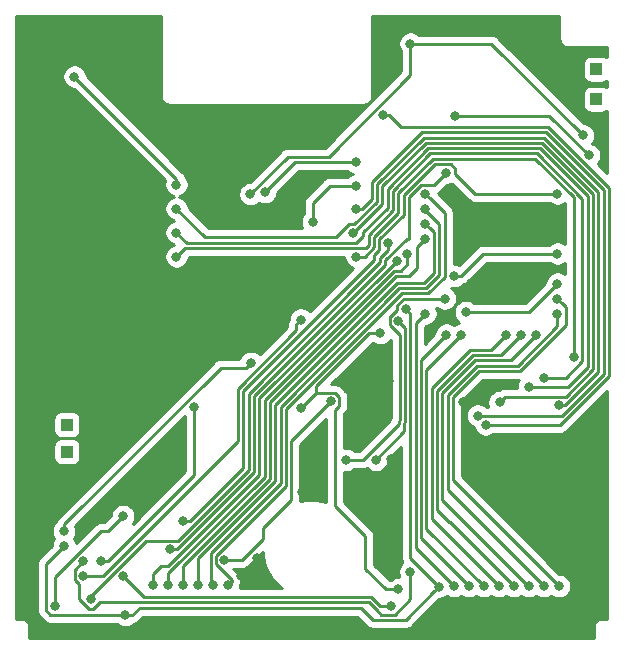
<source format=gbr>
G04 #@! TF.GenerationSoftware,KiCad,Pcbnew,5.1.5+dfsg1-2build2*
G04 #@! TF.CreationDate,2021-12-14T23:20:03+01:00*
G04 #@! TF.ProjectId,wifi-gb-cart,77696669-2d67-4622-9d63-6172742e6b69,rev?*
G04 #@! TF.SameCoordinates,Original*
G04 #@! TF.FileFunction,Copper,L2,Bot*
G04 #@! TF.FilePolarity,Positive*
%FSLAX46Y46*%
G04 Gerber Fmt 4.6, Leading zero omitted, Abs format (unit mm)*
G04 Created by KiCad (PCBNEW 5.1.5+dfsg1-2build2) date 2021-12-14 23:20:03*
%MOMM*%
%LPD*%
G04 APERTURE LIST*
%ADD10R,1.000000X1.000000*%
%ADD11C,0.800000*%
%ADD12C,0.250000*%
%ADD13C,0.254000*%
G04 APERTURE END LIST*
D10*
X132334000Y-116078000D03*
X132334000Y-118364000D03*
X177165000Y-85979000D03*
X177165000Y-88519000D03*
D11*
X152146000Y-114681000D03*
X160401000Y-130011500D03*
X158877000Y-108331000D03*
X159766000Y-118999000D03*
X130048000Y-96774000D03*
X130175000Y-101219000D03*
X176403000Y-133858000D03*
X175260000Y-133858000D03*
X175260000Y-132842000D03*
X176403000Y-132842000D03*
X176403000Y-131826000D03*
X175260000Y-131826000D03*
X177419000Y-90170000D03*
X170477911Y-100373911D03*
X167640000Y-104394000D03*
X177419000Y-91186000D03*
X151765000Y-90170000D03*
X146177000Y-93472000D03*
X151257000Y-102870000D03*
X151003000Y-98044000D03*
X145288000Y-97663000D03*
X147066000Y-103124000D03*
X154432000Y-102362000D03*
X150241000Y-107061000D03*
X146558000Y-107188000D03*
X145542000Y-109728000D03*
X137668000Y-111252000D03*
X135255000Y-112014000D03*
X135255000Y-109474000D03*
X137541000Y-109474000D03*
X134874000Y-117221000D03*
X131318000Y-120269000D03*
X133985000Y-120650000D03*
X141224000Y-116967000D03*
X134747000Y-123698000D03*
X139954000Y-121412000D03*
X129667000Y-99314000D03*
X130683000Y-99314000D03*
X154432000Y-103378000D03*
X152273000Y-121793000D03*
X148463000Y-127381000D03*
X146939000Y-132842000D03*
X147066000Y-128905000D03*
X158623000Y-110109000D03*
X160147000Y-123317000D03*
X171196000Y-104775000D03*
X165481000Y-100203000D03*
X169672000Y-123571000D03*
X165862000Y-114173000D03*
X167640000Y-114173000D03*
X159639000Y-112395000D03*
X173431200Y-83337400D03*
X161417000Y-83820000D03*
X147862999Y-96554999D03*
X176047400Y-91592400D03*
X152146000Y-107188000D03*
X133731000Y-128879600D03*
X132080000Y-125095000D03*
X147904200Y-110845600D03*
X154686000Y-114111000D03*
X145669000Y-127508000D03*
X143129000Y-114554000D03*
X137095000Y-128905000D03*
X159766000Y-131445000D03*
X135255000Y-127635000D03*
X137095000Y-123825000D03*
X131285000Y-131445000D03*
X133731000Y-127635000D03*
X161417000Y-128524000D03*
X132080000Y-126365000D03*
X163830000Y-129794000D03*
X161036000Y-106299000D03*
X137285000Y-132207000D03*
X173863000Y-104140000D03*
X166116000Y-106553000D03*
X173863000Y-96520000D03*
X142176500Y-124269500D03*
X164465000Y-94742000D03*
X141097000Y-126619000D03*
X162687000Y-96520000D03*
X145986500Y-129690900D03*
X162687000Y-97790000D03*
X144716500Y-129690900D03*
X162687000Y-99060000D03*
X143446500Y-129690900D03*
X162687000Y-100330000D03*
X142176500Y-129690900D03*
X140906500Y-129690900D03*
X161163000Y-101600000D03*
X139636500Y-129690900D03*
X160274000Y-102235000D03*
X155956000Y-119061000D03*
X164338000Y-105410000D03*
X158496000Y-119061000D03*
X160401000Y-107315000D03*
X162687000Y-106680000D03*
X165100000Y-129745000D03*
X164465000Y-108458000D03*
X166370000Y-129745000D03*
X165735000Y-108458000D03*
X167640000Y-129745000D03*
X169545000Y-108458000D03*
X168910000Y-129745000D03*
X170815000Y-108458000D03*
X170180000Y-129745000D03*
X172085000Y-108458000D03*
X171450000Y-129745000D03*
X173863000Y-106680000D03*
X172720000Y-129745000D03*
X173863000Y-105410000D03*
X173990000Y-129745000D03*
X173863000Y-101600000D03*
X159512000Y-100711000D03*
X165100000Y-103505000D03*
X134366000Y-130810000D03*
X156845000Y-101854000D03*
X175260000Y-110363000D03*
X165230500Y-89919500D03*
X176530000Y-93268800D03*
X141605000Y-101854000D03*
X172720000Y-112141000D03*
X141605000Y-97790000D03*
X173990000Y-114427000D03*
X141605000Y-99822000D03*
X171450000Y-112903000D03*
X156591000Y-99845000D03*
X168963002Y-114173000D03*
X156825000Y-97845000D03*
X167132000Y-115316000D03*
X159075000Y-89845000D03*
X167792400Y-116078000D03*
X132969000Y-86614000D03*
X141605000Y-95758000D03*
X153162000Y-98933000D03*
X156825000Y-95845000D03*
X149098000Y-96393000D03*
X156825000Y-93845000D03*
D12*
X155034001Y-122942999D02*
X157607000Y-125515998D01*
X155411001Y-114459001D02*
X155034001Y-114836001D01*
X155411001Y-113762999D02*
X155411001Y-114459001D01*
X155034001Y-114836001D02*
X155034001Y-122942999D01*
X155034001Y-113385999D02*
X155411001Y-113762999D01*
X153441001Y-113385999D02*
X155034001Y-113385999D01*
X152146000Y-114681000D02*
X153441001Y-113385999D01*
X157607000Y-125515998D02*
X157607000Y-128270000D01*
X159348500Y-130011500D02*
X160401000Y-130011500D01*
X157607000Y-128270000D02*
X159348500Y-130011500D01*
X153441001Y-112820997D02*
X153441001Y-113385999D01*
X157930998Y-108331000D02*
X153441001Y-112820997D01*
X158877000Y-108331000D02*
X157930998Y-108331000D01*
X147862999Y-96554999D02*
X147828000Y-96589998D01*
X168275000Y-83820000D02*
X161417000Y-83820000D01*
X176047400Y-91592400D02*
X168275000Y-83820000D01*
X151023008Y-93394990D02*
X147862999Y-96554999D01*
X154483610Y-93394990D02*
X151023008Y-93394990D01*
X161417000Y-83820000D02*
X161417000Y-86461600D01*
X161417000Y-86461600D02*
X154483610Y-93394990D01*
X151746001Y-107587999D02*
X152146000Y-107188000D01*
X151746001Y-108093179D02*
X151746001Y-107587999D01*
X146811808Y-113027372D02*
X151746001Y-108093179D01*
X146811808Y-117478780D02*
X146811808Y-113027372D01*
X135410988Y-128879600D02*
X146811808Y-117478780D01*
X133731000Y-128879600D02*
X135410988Y-128879600D01*
X132080000Y-124529315D02*
X132080000Y-125095000D01*
X145363716Y-111245599D02*
X132080000Y-124529315D01*
X147504201Y-111245599D02*
X145363716Y-111245599D01*
X147904200Y-110845600D02*
X147504201Y-111245599D01*
X151322000Y-117475000D02*
X154686000Y-114111000D01*
X151322000Y-122490000D02*
X151322000Y-117475000D01*
X148971000Y-124841000D02*
X151322000Y-122490000D01*
X148971000Y-125730000D02*
X148971000Y-124841000D01*
X147193000Y-127508000D02*
X148971000Y-125730000D01*
X145669000Y-127508000D02*
X147193000Y-127508000D01*
X138873000Y-130683000D02*
X137095000Y-128905000D01*
X158057315Y-130683000D02*
X138873000Y-130683000D01*
X158877000Y-131445000D02*
X158057315Y-130683000D01*
X159766000Y-131445000D02*
X158877000Y-131445000D01*
X143129000Y-115119685D02*
X143129000Y-114554000D01*
X135820685Y-127635000D02*
X143129000Y-120326685D01*
X143129000Y-120326685D02*
X143129000Y-115119685D01*
X135255000Y-127635000D02*
X135820685Y-127635000D01*
X135825000Y-125095000D02*
X137095000Y-123825000D01*
X135197998Y-125095000D02*
X135825000Y-125095000D01*
X131285000Y-129007998D02*
X135197998Y-125095000D01*
X131285000Y-131445000D02*
X131285000Y-129007998D01*
X133731000Y-127635000D02*
X133731000Y-127635000D01*
X161417000Y-130867002D02*
X161417000Y-128524000D01*
X160114001Y-132170001D02*
X161417000Y-130867002D01*
X133731000Y-127635000D02*
X133005999Y-128360001D01*
X133005999Y-129227601D02*
X133350000Y-129571602D01*
X133350000Y-130867002D02*
X134197904Y-131714906D01*
X134197904Y-131714906D02*
X134534096Y-131714906D01*
X133005999Y-128360001D02*
X133005999Y-129227601D01*
X134534096Y-131714906D02*
X135128758Y-131120244D01*
X133350000Y-129571602D02*
X133350000Y-130867002D01*
X158564599Y-131769009D02*
X158965591Y-132170001D01*
X138673834Y-131120244D02*
X138686600Y-131133010D01*
X138686600Y-131133010D02*
X157880455Y-131133010D01*
X135128758Y-131120244D02*
X138673834Y-131120244D01*
X157880455Y-131133010D02*
X158564599Y-131769009D01*
X158965591Y-132170001D02*
X160114001Y-132170001D01*
X163830000Y-129794000D02*
X161417000Y-127381000D01*
X161417000Y-127381000D02*
X161417000Y-106680000D01*
X161417000Y-106680000D02*
X161036000Y-106299000D01*
X161036000Y-106299000D02*
X161036000Y-106299000D01*
X130936999Y-132170001D02*
X130559999Y-131793001D01*
X134714001Y-132170001D02*
X130936999Y-132170001D01*
X130559999Y-127885001D02*
X132080000Y-126365000D01*
X130559999Y-131793001D02*
X130559999Y-127885001D01*
X137285000Y-132207000D02*
X134714001Y-132170001D01*
X161003989Y-132620011D02*
X163430001Y-130193999D01*
X158262991Y-132620011D02*
X161003989Y-132620011D01*
X157226000Y-131583020D02*
X158262991Y-132620011D01*
X138500200Y-131583020D02*
X157226000Y-131583020D01*
X138487433Y-131570253D02*
X138500200Y-131583020D01*
X163430001Y-130193999D02*
X163830000Y-129794000D01*
X137850685Y-132207000D02*
X138487433Y-131570253D01*
X137285000Y-132207000D02*
X137850685Y-132207000D01*
X171450000Y-106553000D02*
X173863000Y-104140000D01*
X166116000Y-106553000D02*
X171450000Y-106553000D01*
X142743218Y-124269500D02*
X142176500Y-124269500D01*
X147271919Y-119740799D02*
X142743218Y-124269500D01*
X147261818Y-119067818D02*
X147271919Y-119077920D01*
X173863000Y-96520000D02*
X166878000Y-96520000D01*
X158357980Y-102117610D02*
X147261818Y-113213772D01*
X165190001Y-94393999D02*
X164813001Y-94016999D01*
X165190001Y-94832001D02*
X165190001Y-94393999D01*
X164813001Y-94016999D02*
X163480589Y-94016999D01*
X163480589Y-94016999D02*
X160839990Y-96657598D01*
X166878000Y-96520000D02*
X165190001Y-94832001D01*
X160839990Y-96657598D02*
X160839990Y-98310008D01*
X147261818Y-113213772D02*
X147261818Y-119067818D01*
X147271919Y-119077920D02*
X147271919Y-119740799D01*
X160839990Y-98310008D02*
X158786999Y-100362999D01*
X158786999Y-100362999D02*
X158786999Y-101255999D01*
X158786999Y-101255999D02*
X158357980Y-101685018D01*
X158357980Y-101685018D02*
X158357980Y-102117610D01*
X162338999Y-95794999D02*
X161290000Y-96843998D01*
X163412001Y-95794999D02*
X162338999Y-95794999D01*
X164465000Y-94742000D02*
X163412001Y-95794999D01*
X161290000Y-96843998D02*
X161290000Y-100330000D01*
X159258000Y-102177998D02*
X159258000Y-102549128D01*
X161105998Y-100330000D02*
X159258000Y-102177998D01*
X161290000Y-100330000D02*
X161105998Y-100330000D01*
X159258000Y-102549128D02*
X154525564Y-107281564D01*
X154525564Y-107281564D02*
X148171938Y-113635192D01*
X148171938Y-113635192D02*
X148171938Y-120113600D01*
X148171938Y-120113600D02*
X141940569Y-126344969D01*
X141940569Y-126344969D02*
X141826269Y-126459269D01*
X141826269Y-126459269D02*
X141666538Y-126619000D01*
X141666538Y-126619000D02*
X141097000Y-126619000D01*
X141097000Y-126619000D02*
X141097000Y-126619000D01*
X144943999Y-127159999D02*
X150871990Y-121232008D01*
X144943999Y-127856001D02*
X144943999Y-127159999D01*
X146286500Y-129198502D02*
X144943999Y-127856001D01*
X146286500Y-129390900D02*
X146286500Y-129198502D01*
X145986500Y-129690900D02*
X146286500Y-129390900D01*
X150871992Y-114753596D02*
X160665598Y-104959990D01*
X150871990Y-121232008D02*
X150871992Y-114753596D01*
X164312021Y-98145021D02*
X163086999Y-96919999D01*
X164312021Y-103590801D02*
X164312021Y-98145021D01*
X163086999Y-96919999D02*
X162687000Y-96520000D01*
X162942832Y-104959990D02*
X164312021Y-103590801D01*
X160665598Y-104959990D02*
X162942832Y-104959990D01*
X144493989Y-129468389D02*
X144493990Y-126973598D01*
X144716500Y-129690900D02*
X144493989Y-129468389D01*
X144493990Y-126973598D02*
X150421981Y-121045607D01*
X150421981Y-121045607D02*
X150421983Y-114567195D01*
X150421983Y-114567195D02*
X160479198Y-104509980D01*
X162687000Y-97917000D02*
X162687000Y-97790000D01*
X163862011Y-99092011D02*
X162687000Y-97917000D01*
X162756433Y-104509979D02*
X163862011Y-103404401D01*
X163862011Y-103404401D02*
X163862011Y-99092011D01*
X160479198Y-104509980D02*
X162756433Y-104509979D01*
X163412001Y-103218001D02*
X163412001Y-99785001D01*
X162570032Y-104059970D02*
X163412001Y-103218001D01*
X149971974Y-114380794D02*
X160292798Y-104059970D01*
X163086999Y-99459999D02*
X162687000Y-99060000D01*
X160292798Y-104059970D02*
X162570032Y-104059970D01*
X149971972Y-120859206D02*
X149971974Y-114380794D01*
X143446500Y-127384678D02*
X149971972Y-120859206D01*
X163412001Y-99785001D02*
X163086999Y-99459999D01*
X143446500Y-129690900D02*
X143446500Y-127384678D01*
X142176500Y-129690900D02*
X142176500Y-128018268D01*
X149521963Y-120672805D02*
X149521965Y-114194393D01*
X142176500Y-128018268D02*
X149521963Y-120672805D01*
X149521965Y-114194393D02*
X160211358Y-103505000D01*
X162287001Y-100729999D02*
X162687000Y-100330000D01*
X161961999Y-101055001D02*
X162287001Y-100729999D01*
X161961999Y-102833001D02*
X161961999Y-101055001D01*
X161290000Y-103505000D02*
X161961999Y-102833001D01*
X160211358Y-103505000D02*
X161290000Y-103505000D01*
X161163000Y-102489000D02*
X161163000Y-101600000D01*
X160024958Y-103054990D02*
X160597010Y-103054990D01*
X149071956Y-114007992D02*
X160024958Y-103054990D01*
X149071954Y-120486404D02*
X149071956Y-114007992D01*
X140906500Y-128651858D02*
X149071954Y-120486404D01*
X160597010Y-103054990D02*
X161163000Y-102489000D01*
X140906500Y-129690900D02*
X140906500Y-128651858D01*
X159893000Y-102616000D02*
X160274000Y-102235000D01*
X159827538Y-102616000D02*
X159893000Y-102616000D01*
X148621947Y-113821591D02*
X159827538Y-102616000D01*
X148621945Y-120300003D02*
X148621947Y-113821591D01*
X140905948Y-128016000D02*
X148621945Y-120300003D01*
X140336400Y-128016000D02*
X140905948Y-128016000D01*
X139636500Y-128715900D02*
X140336400Y-128016000D01*
X139636500Y-129690900D02*
X139636500Y-128715900D01*
X155956000Y-119061000D02*
X157418000Y-119061000D01*
X160458990Y-115764600D02*
X160516980Y-115706610D01*
X160458990Y-116020010D02*
X160458990Y-115764600D01*
X157418000Y-119061000D02*
X160458990Y-116020010D01*
X160516980Y-115706610D02*
X160516980Y-111125000D01*
X159675999Y-107663001D02*
X159675999Y-106897001D01*
X160516980Y-108503982D02*
X159675999Y-107663001D01*
X160516980Y-111125000D02*
X160516980Y-108503982D01*
X160310999Y-105950999D02*
X160851998Y-105410000D01*
X160310999Y-106331999D02*
X160310999Y-105950999D01*
X159745997Y-106897001D02*
X160310999Y-106331999D01*
X159675999Y-106897001D02*
X159745997Y-106897001D01*
X160851998Y-105410000D02*
X164338000Y-105410000D01*
X164338000Y-105410000D02*
X164338000Y-105410000D01*
X158496000Y-119061000D02*
X160909000Y-116648000D01*
X160909000Y-115951000D02*
X160966990Y-115893010D01*
X160909000Y-116648000D02*
X160909000Y-115951000D01*
X160966990Y-115893010D02*
X160966990Y-107880990D01*
X160966990Y-107880990D02*
X160401000Y-107315000D01*
X160401000Y-107315000D02*
X160401000Y-107315000D01*
X165100000Y-129745000D02*
X161867010Y-126512010D01*
X161867010Y-107499990D02*
X162687000Y-106680000D01*
X161867010Y-126512010D02*
X161867010Y-107499990D01*
X166370000Y-129745000D02*
X162317020Y-125692020D01*
X162317020Y-110605980D02*
X164465000Y-108458000D01*
X162317020Y-125692020D02*
X162317020Y-110605980D01*
X162767030Y-111425970D02*
X165735000Y-108458000D01*
X162767030Y-124872030D02*
X162767030Y-111425970D01*
X167640000Y-129745000D02*
X162767030Y-124872030D01*
X166497000Y-109728000D02*
X168275000Y-109728000D01*
X163217040Y-113007960D02*
X166497000Y-109728000D01*
X168275000Y-109728000D02*
X169545000Y-108458000D01*
X163217040Y-124052040D02*
X163217040Y-113007960D01*
X168910000Y-129745000D02*
X163217040Y-124052040D01*
X170180000Y-129745000D02*
X164768000Y-124333000D01*
X164719000Y-124333000D02*
X163667050Y-123281050D01*
X164768000Y-124333000D02*
X164719000Y-124333000D01*
X163667050Y-123281050D02*
X163667050Y-113194360D01*
X163667050Y-113194360D02*
X166683400Y-110178010D01*
X169094990Y-110178010D02*
X170815000Y-108458000D01*
X166683400Y-110178010D02*
X169094990Y-110178010D01*
X169914980Y-110628020D02*
X172085000Y-108458000D01*
X164117060Y-113380760D02*
X166869800Y-110628020D01*
X164117060Y-122461060D02*
X164117060Y-113380760D01*
X171101000Y-129445000D02*
X164117060Y-122461060D01*
X171150000Y-129445000D02*
X171101000Y-129445000D01*
X166869800Y-110628020D02*
X169914980Y-110628020D01*
X171450000Y-129745000D02*
X171150000Y-129445000D01*
X173863000Y-107245685D02*
X173863000Y-106680000D01*
X173863000Y-107753002D02*
X173863000Y-107245685D01*
X170537972Y-111078030D02*
X173863000Y-107753002D01*
X167056200Y-111078030D02*
X170537972Y-111078030D01*
X164567070Y-113567160D02*
X167056200Y-111078030D01*
X164567070Y-121592070D02*
X164567070Y-113567160D01*
X172720000Y-129745000D02*
X164567070Y-121592070D01*
X174588001Y-107664411D02*
X174588001Y-106135001D01*
X170724373Y-111528039D02*
X174588001Y-107664411D01*
X167242600Y-111528040D02*
X170724373Y-111528039D01*
X174262999Y-105809999D02*
X173863000Y-105410000D01*
X165017080Y-113753560D02*
X167242600Y-111528040D01*
X174588001Y-106135001D02*
X174262999Y-105809999D01*
X165017080Y-120772080D02*
X165017080Y-113753560D01*
X173990000Y-129745000D02*
X165017080Y-120772080D01*
X159512000Y-100711000D02*
X159512000Y-100711000D01*
X165665685Y-103505000D02*
X165100000Y-103505000D01*
X167570685Y-101600000D02*
X165665685Y-103505000D01*
X173863000Y-101600000D02*
X167570685Y-101600000D01*
X159512000Y-101287588D02*
X159512000Y-100711000D01*
X158807990Y-101991598D02*
X159512000Y-101287588D01*
X157226000Y-103886000D02*
X158807990Y-102304010D01*
X134366000Y-130560998D02*
X139032999Y-125893999D01*
X141755129Y-125893999D02*
X147721928Y-119927200D01*
X147721928Y-119927200D02*
X147721929Y-113448791D01*
X134366000Y-130810000D02*
X134366000Y-130560998D01*
X147721929Y-113448791D02*
X157226000Y-103944720D01*
X157226000Y-103944720D02*
X157226000Y-103886000D01*
X158807990Y-102304010D02*
X158807990Y-101991598D01*
X139032999Y-125893999D02*
X141755129Y-125893999D01*
X158336989Y-101069599D02*
X157552588Y-101854000D01*
X160389980Y-98123608D02*
X158336989Y-100176599D01*
X160389980Y-96471198D02*
X160389980Y-98123608D01*
X175260000Y-96843998D02*
X171982991Y-93566989D01*
X158336989Y-100176599D02*
X158336989Y-101069599D01*
X163294188Y-93566990D02*
X160389980Y-96471198D01*
X157552588Y-101854000D02*
X156845000Y-101854000D01*
X171982991Y-93566989D02*
X163294188Y-93566990D01*
X175260000Y-110363000D02*
X175260000Y-96843998D01*
X172977500Y-89919500D02*
X165230500Y-89919500D01*
X173180700Y-89919500D02*
X172977500Y-89919500D01*
X176530000Y-93268800D02*
X173180700Y-89919500D01*
X175985001Y-110711001D02*
X174555002Y-112141000D01*
X175985001Y-96932589D02*
X175985001Y-110711001D01*
X172169392Y-93116980D02*
X175985001Y-96932589D01*
X173285685Y-112141000D02*
X172720000Y-112141000D01*
X163107789Y-93116981D02*
X172169392Y-93116980D01*
X159939971Y-96284797D02*
X163107789Y-93116981D01*
X174555002Y-112141000D02*
X173285685Y-112141000D01*
X157886980Y-99990198D02*
X159939970Y-97937208D01*
X157886979Y-100883199D02*
X157886980Y-99990198D01*
X159939970Y-97937208D02*
X159939971Y-96284797D01*
X157641179Y-101128999D02*
X157886979Y-100883199D01*
X142330001Y-101128999D02*
X157641179Y-101128999D01*
X141605000Y-101854000D02*
X142330001Y-101128999D01*
X174496590Y-114427000D02*
X173990000Y-114427000D01*
X177335029Y-96373389D02*
X177335028Y-111588562D01*
X162548592Y-91766954D02*
X172728595Y-91766953D01*
X158589944Y-97209646D02*
X158589944Y-95725595D01*
X156679591Y-99119999D02*
X158589944Y-97209646D01*
X177335028Y-111588562D02*
X174496590Y-114427000D01*
X156242999Y-99119999D02*
X156679591Y-99119999D01*
X172728595Y-91766953D02*
X177335029Y-96373389D01*
X155134019Y-100228979D02*
X156242999Y-99119999D01*
X158589944Y-95725595D02*
X162548592Y-91766954D01*
X144043979Y-100228979D02*
X155134019Y-100228979D01*
X141605000Y-97790000D02*
X144043979Y-100228979D01*
X174747770Y-112903000D02*
X174241180Y-112903000D01*
X176435010Y-111215760D02*
X174747770Y-112903000D01*
X176435011Y-96746189D02*
X176435010Y-111215760D01*
X172355793Y-92666971D02*
X176435011Y-96746189D01*
X162921390Y-92666972D02*
X172355793Y-92666971D01*
X159489961Y-97750807D02*
X159489962Y-96098396D01*
X157436971Y-99803797D02*
X159489961Y-97750807D01*
X156830013Y-100678989D02*
X157436970Y-100072032D01*
X142461989Y-100678989D02*
X156830013Y-100678989D01*
X174241180Y-112903000D02*
X171450000Y-112903000D01*
X159489962Y-96098396D02*
X162921390Y-92666972D01*
X157436970Y-100072032D02*
X157436971Y-99803797D01*
X141605000Y-99822000D02*
X142461989Y-100678989D01*
X169434003Y-113701999D02*
X168963002Y-114173000D01*
X176885019Y-111402161D02*
X174585181Y-113701999D01*
X176885020Y-96559790D02*
X176885019Y-111402161D01*
X172542194Y-92216962D02*
X176885020Y-96559790D01*
X174585181Y-113701999D02*
X169434003Y-113701999D01*
X162734991Y-92216963D02*
X172542194Y-92216962D01*
X159039954Y-95911995D02*
X162734991Y-92216963D01*
X159039954Y-97396046D02*
X159039954Y-95911995D01*
X156591000Y-99845000D02*
X159039954Y-97396046D01*
X158139934Y-97003066D02*
X157298000Y-97845000D01*
X162362193Y-91316945D02*
X161383567Y-92295568D01*
X158139934Y-95539195D02*
X158139934Y-97003066D01*
X172914994Y-91316944D02*
X162362193Y-91316945D01*
X177785038Y-111774962D02*
X177785038Y-96186990D01*
X161383567Y-92295568D02*
X158139934Y-95539195D01*
X177785038Y-96186990D02*
X172914994Y-91316944D01*
X174244000Y-115316000D02*
X177785038Y-111774962D01*
X157298000Y-97845000D02*
X156825000Y-97845000D01*
X167132000Y-115316000D02*
X174244000Y-115316000D01*
X167640000Y-116078000D02*
X167640000Y-116078000D01*
X159640685Y-89845000D02*
X159075000Y-89845000D01*
X160662621Y-90866936D02*
X159640685Y-89845000D01*
X173101395Y-90866935D02*
X160662621Y-90866936D01*
X178235048Y-96000590D02*
X173101395Y-90866935D01*
X178235047Y-111961363D02*
X178235048Y-96000590D01*
X174118410Y-116078000D02*
X178235047Y-111961363D01*
X167792400Y-116078000D02*
X174118410Y-116078000D01*
X141605000Y-95250000D02*
X141605000Y-95758000D01*
X132969000Y-86614000D02*
X141605000Y-95250000D01*
X153162000Y-98933000D02*
X153162000Y-97282000D01*
X154599000Y-95845000D02*
X156825000Y-95845000D01*
X153162000Y-97282000D02*
X154599000Y-95845000D01*
X151646000Y-93845000D02*
X156825000Y-93845000D01*
X149098000Y-96393000D02*
X151646000Y-93845000D01*
D13*
G36*
X140260001Y-88230113D02*
G01*
X140256565Y-88265000D01*
X140270273Y-88404184D01*
X140310872Y-88538020D01*
X140376800Y-88661363D01*
X140465525Y-88769475D01*
X140573637Y-88858200D01*
X140696980Y-88924128D01*
X140830816Y-88964727D01*
X140935123Y-88975000D01*
X140970000Y-88978435D01*
X141004877Y-88975000D01*
X157445123Y-88975000D01*
X157480000Y-88978435D01*
X157514877Y-88975000D01*
X157619184Y-88964727D01*
X157753020Y-88924128D01*
X157876363Y-88858200D01*
X157984475Y-88769475D01*
X158073200Y-88661363D01*
X158139128Y-88538020D01*
X158179727Y-88404184D01*
X158193435Y-88265000D01*
X158190000Y-88230123D01*
X158190000Y-81516593D01*
X174038760Y-81516593D01*
X174038761Y-83371706D01*
X174035325Y-83406593D01*
X174049033Y-83545777D01*
X174089632Y-83679613D01*
X174155560Y-83802956D01*
X174244285Y-83911068D01*
X174352397Y-83999793D01*
X174475740Y-84065721D01*
X174609576Y-84106320D01*
X174713883Y-84116593D01*
X174748760Y-84120028D01*
X174783637Y-84116593D01*
X178038761Y-84116593D01*
X178038761Y-84964275D01*
X178019494Y-84948463D01*
X177909180Y-84889498D01*
X177789482Y-84853188D01*
X177665000Y-84840928D01*
X176665000Y-84840928D01*
X176540518Y-84853188D01*
X176420820Y-84889498D01*
X176310506Y-84948463D01*
X176213815Y-85027815D01*
X176134463Y-85124506D01*
X176075498Y-85234820D01*
X176039188Y-85354518D01*
X176026928Y-85479000D01*
X176026928Y-86479000D01*
X176039188Y-86603482D01*
X176075498Y-86723180D01*
X176134463Y-86833494D01*
X176213815Y-86930185D01*
X176310506Y-87009537D01*
X176420820Y-87068502D01*
X176540518Y-87104812D01*
X176665000Y-87117072D01*
X177665000Y-87117072D01*
X177789482Y-87104812D01*
X177909180Y-87068502D01*
X178019494Y-87009537D01*
X178038761Y-86993725D01*
X178038761Y-87504275D01*
X178019494Y-87488463D01*
X177909180Y-87429498D01*
X177789482Y-87393188D01*
X177665000Y-87380928D01*
X176665000Y-87380928D01*
X176540518Y-87393188D01*
X176420820Y-87429498D01*
X176310506Y-87488463D01*
X176213815Y-87567815D01*
X176134463Y-87664506D01*
X176075498Y-87774820D01*
X176039188Y-87894518D01*
X176026928Y-88019000D01*
X176026928Y-89019000D01*
X176039188Y-89143482D01*
X176075498Y-89263180D01*
X176134463Y-89373494D01*
X176213815Y-89470185D01*
X176310506Y-89549537D01*
X176420820Y-89608502D01*
X176540518Y-89644812D01*
X176665000Y-89657072D01*
X177665000Y-89657072D01*
X177789482Y-89644812D01*
X177909180Y-89608502D01*
X178019494Y-89549537D01*
X178038761Y-89533725D01*
X178038761Y-94729501D01*
X177285886Y-93976625D01*
X177333937Y-93928574D01*
X177447205Y-93759056D01*
X177525226Y-93570698D01*
X177565000Y-93370739D01*
X177565000Y-93166861D01*
X177525226Y-92966902D01*
X177447205Y-92778544D01*
X177333937Y-92609026D01*
X177189774Y-92464863D01*
X177020256Y-92351595D01*
X176831898Y-92273574D01*
X176830262Y-92273249D01*
X176851337Y-92252174D01*
X176964605Y-92082656D01*
X177042626Y-91894298D01*
X177082400Y-91694339D01*
X177082400Y-91490461D01*
X177042626Y-91290502D01*
X176964605Y-91102144D01*
X176851337Y-90932626D01*
X176707174Y-90788463D01*
X176537656Y-90675195D01*
X176349298Y-90597174D01*
X176149339Y-90557400D01*
X176087203Y-90557400D01*
X168838804Y-83309003D01*
X168815001Y-83279999D01*
X168699276Y-83185026D01*
X168567247Y-83114454D01*
X168423986Y-83070997D01*
X168312333Y-83060000D01*
X168312322Y-83060000D01*
X168275000Y-83056324D01*
X168237678Y-83060000D01*
X162120711Y-83060000D01*
X162076774Y-83016063D01*
X161907256Y-82902795D01*
X161718898Y-82824774D01*
X161518939Y-82785000D01*
X161315061Y-82785000D01*
X161115102Y-82824774D01*
X160926744Y-82902795D01*
X160757226Y-83016063D01*
X160613063Y-83160226D01*
X160499795Y-83329744D01*
X160421774Y-83518102D01*
X160382000Y-83718061D01*
X160382000Y-83921939D01*
X160421774Y-84121898D01*
X160499795Y-84310256D01*
X160613063Y-84479774D01*
X160657000Y-84523711D01*
X160657001Y-86146797D01*
X154168809Y-92634990D01*
X151060341Y-92634990D01*
X151023008Y-92631313D01*
X150985675Y-92634990D01*
X150874022Y-92645987D01*
X150730761Y-92689444D01*
X150598732Y-92760016D01*
X150483007Y-92854989D01*
X150459209Y-92883987D01*
X147823198Y-95519999D01*
X147761060Y-95519999D01*
X147561101Y-95559773D01*
X147372743Y-95637794D01*
X147203225Y-95751062D01*
X147059062Y-95895225D01*
X146945794Y-96064743D01*
X146867773Y-96253101D01*
X146827999Y-96453060D01*
X146827999Y-96656938D01*
X146867773Y-96856897D01*
X146945794Y-97045255D01*
X147059062Y-97214773D01*
X147203225Y-97358936D01*
X147372743Y-97472204D01*
X147561101Y-97550225D01*
X147761060Y-97589999D01*
X147964938Y-97589999D01*
X148164897Y-97550225D01*
X148353255Y-97472204D01*
X148522773Y-97358936D01*
X148586020Y-97295689D01*
X148607744Y-97310205D01*
X148796102Y-97388226D01*
X148996061Y-97428000D01*
X149199939Y-97428000D01*
X149399898Y-97388226D01*
X149588256Y-97310205D01*
X149757774Y-97196937D01*
X149901937Y-97052774D01*
X150015205Y-96883256D01*
X150093226Y-96694898D01*
X150133000Y-96494939D01*
X150133000Y-96432801D01*
X151960802Y-94605000D01*
X156121289Y-94605000D01*
X156165226Y-94648937D01*
X156334744Y-94762205D01*
X156523102Y-94840226D01*
X156547103Y-94845000D01*
X156523102Y-94849774D01*
X156334744Y-94927795D01*
X156165226Y-95041063D01*
X156121289Y-95085000D01*
X154636323Y-95085000D01*
X154599000Y-95081324D01*
X154561677Y-95085000D01*
X154561667Y-95085000D01*
X154450014Y-95095997D01*
X154306753Y-95139454D01*
X154174723Y-95210026D01*
X154122355Y-95253004D01*
X154058999Y-95304999D01*
X154035201Y-95333997D01*
X152650998Y-96718201D01*
X152622000Y-96741999D01*
X152598202Y-96770997D01*
X152598201Y-96770998D01*
X152527026Y-96857724D01*
X152456454Y-96989754D01*
X152433326Y-97066001D01*
X152412998Y-97133014D01*
X152407856Y-97185226D01*
X152398324Y-97282000D01*
X152402001Y-97319332D01*
X152402000Y-98229289D01*
X152358063Y-98273226D01*
X152244795Y-98442744D01*
X152166774Y-98631102D01*
X152127000Y-98831061D01*
X152127000Y-99034939D01*
X152166774Y-99234898D01*
X152244795Y-99423256D01*
X152275346Y-99468979D01*
X144358781Y-99468979D01*
X142640000Y-97750199D01*
X142640000Y-97688061D01*
X142600226Y-97488102D01*
X142522205Y-97299744D01*
X142408937Y-97130226D01*
X142264774Y-96986063D01*
X142095256Y-96872795D01*
X141906898Y-96794774D01*
X141802459Y-96774000D01*
X141906898Y-96753226D01*
X142095256Y-96675205D01*
X142264774Y-96561937D01*
X142408937Y-96417774D01*
X142522205Y-96248256D01*
X142600226Y-96059898D01*
X142640000Y-95859939D01*
X142640000Y-95656061D01*
X142600226Y-95456102D01*
X142522205Y-95267744D01*
X142408937Y-95098226D01*
X142328869Y-95018158D01*
X142310546Y-94957753D01*
X142239974Y-94825724D01*
X142145001Y-94709999D01*
X142116004Y-94686202D01*
X134004000Y-86574199D01*
X134004000Y-86512061D01*
X133964226Y-86312102D01*
X133886205Y-86123744D01*
X133772937Y-85954226D01*
X133628774Y-85810063D01*
X133459256Y-85696795D01*
X133270898Y-85618774D01*
X133070939Y-85579000D01*
X132867061Y-85579000D01*
X132667102Y-85618774D01*
X132478744Y-85696795D01*
X132309226Y-85810063D01*
X132165063Y-85954226D01*
X132051795Y-86123744D01*
X131973774Y-86312102D01*
X131934000Y-86512061D01*
X131934000Y-86715939D01*
X131973774Y-86915898D01*
X132051795Y-87104256D01*
X132165063Y-87273774D01*
X132309226Y-87417937D01*
X132478744Y-87531205D01*
X132667102Y-87609226D01*
X132867061Y-87649000D01*
X132929199Y-87649000D01*
X140646833Y-95366635D01*
X140609774Y-95456102D01*
X140570000Y-95656061D01*
X140570000Y-95859939D01*
X140609774Y-96059898D01*
X140687795Y-96248256D01*
X140801063Y-96417774D01*
X140945226Y-96561937D01*
X141114744Y-96675205D01*
X141303102Y-96753226D01*
X141407541Y-96774000D01*
X141303102Y-96794774D01*
X141114744Y-96872795D01*
X140945226Y-96986063D01*
X140801063Y-97130226D01*
X140687795Y-97299744D01*
X140609774Y-97488102D01*
X140570000Y-97688061D01*
X140570000Y-97891939D01*
X140609774Y-98091898D01*
X140687795Y-98280256D01*
X140801063Y-98449774D01*
X140945226Y-98593937D01*
X141114744Y-98707205D01*
X141303102Y-98785226D01*
X141407541Y-98806000D01*
X141303102Y-98826774D01*
X141114744Y-98904795D01*
X140945226Y-99018063D01*
X140801063Y-99162226D01*
X140687795Y-99331744D01*
X140609774Y-99520102D01*
X140570000Y-99720061D01*
X140570000Y-99923939D01*
X140609774Y-100123898D01*
X140687795Y-100312256D01*
X140801063Y-100481774D01*
X140945226Y-100625937D01*
X141114744Y-100739205D01*
X141303102Y-100817226D01*
X141407541Y-100838000D01*
X141303102Y-100858774D01*
X141114744Y-100936795D01*
X140945226Y-101050063D01*
X140801063Y-101194226D01*
X140687795Y-101363744D01*
X140609774Y-101552102D01*
X140570000Y-101752061D01*
X140570000Y-101955939D01*
X140609774Y-102155898D01*
X140687795Y-102344256D01*
X140801063Y-102513774D01*
X140945226Y-102657937D01*
X141114744Y-102771205D01*
X141303102Y-102849226D01*
X141503061Y-102889000D01*
X141706939Y-102889000D01*
X141906898Y-102849226D01*
X142095256Y-102771205D01*
X142264774Y-102657937D01*
X142408937Y-102513774D01*
X142522205Y-102344256D01*
X142600226Y-102155898D01*
X142640000Y-101955939D01*
X142640000Y-101893802D01*
X142644803Y-101888999D01*
X155810000Y-101888999D01*
X155810000Y-101955939D01*
X155849774Y-102155898D01*
X155927795Y-102344256D01*
X156041063Y-102513774D01*
X156185226Y-102657937D01*
X156354744Y-102771205D01*
X156543102Y-102849226D01*
X156550159Y-102850630D01*
X152911250Y-106489539D01*
X152805774Y-106384063D01*
X152636256Y-106270795D01*
X152447898Y-106192774D01*
X152247939Y-106153000D01*
X152044061Y-106153000D01*
X151844102Y-106192774D01*
X151655744Y-106270795D01*
X151486226Y-106384063D01*
X151342063Y-106528226D01*
X151228795Y-106697744D01*
X151150774Y-106886102D01*
X151111000Y-107086061D01*
X151111000Y-107163774D01*
X151040455Y-107295752D01*
X150996998Y-107439013D01*
X150986001Y-107550666D01*
X150986001Y-107550677D01*
X150982325Y-107587999D01*
X150986001Y-107625321D01*
X150986001Y-107778377D01*
X148643345Y-110121034D01*
X148563974Y-110041663D01*
X148394456Y-109928395D01*
X148206098Y-109850374D01*
X148006139Y-109810600D01*
X147802261Y-109810600D01*
X147602302Y-109850374D01*
X147413944Y-109928395D01*
X147244426Y-110041663D01*
X147100263Y-110185826D01*
X146986995Y-110355344D01*
X146933041Y-110485599D01*
X145401038Y-110485599D01*
X145363715Y-110481923D01*
X145326392Y-110485599D01*
X145326383Y-110485599D01*
X145214730Y-110496596D01*
X145071469Y-110540053D01*
X144939440Y-110610625D01*
X144823715Y-110705598D01*
X144799917Y-110734596D01*
X131569003Y-123965511D01*
X131539999Y-123989314D01*
X131497784Y-124040754D01*
X131445026Y-124105039D01*
X131436754Y-124120515D01*
X131374454Y-124237069D01*
X131331014Y-124380275D01*
X131276063Y-124435226D01*
X131162795Y-124604744D01*
X131084774Y-124793102D01*
X131045000Y-124993061D01*
X131045000Y-125196939D01*
X131084774Y-125396898D01*
X131162795Y-125585256D01*
X131259510Y-125730000D01*
X131162795Y-125874744D01*
X131084774Y-126063102D01*
X131045000Y-126263061D01*
X131045000Y-126325198D01*
X130048997Y-127321202D01*
X130019999Y-127345000D01*
X129996201Y-127373998D01*
X129996200Y-127373999D01*
X129925025Y-127460725D01*
X129854453Y-127592755D01*
X129834970Y-127656985D01*
X129810997Y-127736015D01*
X129800000Y-127847668D01*
X129796323Y-127885001D01*
X129800000Y-127922333D01*
X129799999Y-131755678D01*
X129796323Y-131793001D01*
X129799999Y-131830323D01*
X129799999Y-131830333D01*
X129810996Y-131941986D01*
X129853829Y-132083190D01*
X129854453Y-132085247D01*
X129925025Y-132217277D01*
X129958047Y-132257514D01*
X130019998Y-132333002D01*
X130049002Y-132356805D01*
X130373195Y-132680998D01*
X130396998Y-132710002D01*
X130512723Y-132804975D01*
X130639981Y-132872997D01*
X130644752Y-132875547D01*
X130788013Y-132919004D01*
X130936999Y-132933678D01*
X130974332Y-132930001D01*
X134708541Y-132930001D01*
X136571094Y-132956805D01*
X136625226Y-133010937D01*
X136794744Y-133124205D01*
X136983102Y-133202226D01*
X137183061Y-133242000D01*
X137386939Y-133242000D01*
X137586898Y-133202226D01*
X137775256Y-133124205D01*
X137944774Y-133010937D01*
X137999724Y-132955987D01*
X138142932Y-132912546D01*
X138274961Y-132841974D01*
X138390686Y-132747001D01*
X138414488Y-132717999D01*
X138789468Y-132343020D01*
X156911199Y-132343020D01*
X157699192Y-133131014D01*
X157722990Y-133160012D01*
X157838715Y-133254985D01*
X157970744Y-133325557D01*
X158114005Y-133369014D01*
X158225658Y-133380011D01*
X158225666Y-133380011D01*
X158262991Y-133383687D01*
X158300316Y-133380011D01*
X160966667Y-133380011D01*
X161003989Y-133383687D01*
X161041311Y-133380011D01*
X161041322Y-133380011D01*
X161152975Y-133369014D01*
X161296236Y-133325557D01*
X161428265Y-133254985D01*
X161543990Y-133160012D01*
X161567793Y-133131008D01*
X163869802Y-130829000D01*
X163931939Y-130829000D01*
X164131898Y-130789226D01*
X164320256Y-130711205D01*
X164489774Y-130597937D01*
X164499301Y-130588410D01*
X164609744Y-130662205D01*
X164798102Y-130740226D01*
X164998061Y-130780000D01*
X165201939Y-130780000D01*
X165401898Y-130740226D01*
X165590256Y-130662205D01*
X165735000Y-130565490D01*
X165879744Y-130662205D01*
X166068102Y-130740226D01*
X166268061Y-130780000D01*
X166471939Y-130780000D01*
X166671898Y-130740226D01*
X166860256Y-130662205D01*
X167005000Y-130565490D01*
X167149744Y-130662205D01*
X167338102Y-130740226D01*
X167538061Y-130780000D01*
X167741939Y-130780000D01*
X167941898Y-130740226D01*
X168130256Y-130662205D01*
X168275000Y-130565490D01*
X168419744Y-130662205D01*
X168608102Y-130740226D01*
X168808061Y-130780000D01*
X169011939Y-130780000D01*
X169211898Y-130740226D01*
X169400256Y-130662205D01*
X169545000Y-130565490D01*
X169689744Y-130662205D01*
X169878102Y-130740226D01*
X170078061Y-130780000D01*
X170281939Y-130780000D01*
X170481898Y-130740226D01*
X170670256Y-130662205D01*
X170815000Y-130565490D01*
X170959744Y-130662205D01*
X171148102Y-130740226D01*
X171348061Y-130780000D01*
X171551939Y-130780000D01*
X171751898Y-130740226D01*
X171940256Y-130662205D01*
X172085000Y-130565490D01*
X172229744Y-130662205D01*
X172418102Y-130740226D01*
X172618061Y-130780000D01*
X172821939Y-130780000D01*
X173021898Y-130740226D01*
X173210256Y-130662205D01*
X173355000Y-130565490D01*
X173499744Y-130662205D01*
X173688102Y-130740226D01*
X173888061Y-130780000D01*
X174091939Y-130780000D01*
X174291898Y-130740226D01*
X174480256Y-130662205D01*
X174649774Y-130548937D01*
X174793937Y-130404774D01*
X174907205Y-130235256D01*
X174985226Y-130046898D01*
X175025000Y-129846939D01*
X175025000Y-129643061D01*
X174985226Y-129443102D01*
X174907205Y-129254744D01*
X174793937Y-129085226D01*
X174649774Y-128941063D01*
X174480256Y-128827795D01*
X174291898Y-128749774D01*
X174091939Y-128710000D01*
X174029802Y-128710000D01*
X165777080Y-120457279D01*
X165777080Y-114068361D01*
X167557402Y-112288040D01*
X170616121Y-112288038D01*
X170532795Y-112412744D01*
X170454774Y-112601102D01*
X170415000Y-112801061D01*
X170415000Y-112941999D01*
X169471325Y-112941999D01*
X169434002Y-112938323D01*
X169396680Y-112941999D01*
X169396670Y-112941999D01*
X169285017Y-112952996D01*
X169141756Y-112996453D01*
X169009726Y-113067025D01*
X168967149Y-113101968D01*
X168923244Y-113138000D01*
X168861063Y-113138000D01*
X168661104Y-113177774D01*
X168472746Y-113255795D01*
X168303228Y-113369063D01*
X168159065Y-113513226D01*
X168045797Y-113682744D01*
X167967776Y-113871102D01*
X167928002Y-114071061D01*
X167928002Y-114274939D01*
X167967776Y-114474898D01*
X168001370Y-114556000D01*
X167835711Y-114556000D01*
X167791774Y-114512063D01*
X167622256Y-114398795D01*
X167433898Y-114320774D01*
X167233939Y-114281000D01*
X167030061Y-114281000D01*
X166830102Y-114320774D01*
X166641744Y-114398795D01*
X166472226Y-114512063D01*
X166328063Y-114656226D01*
X166214795Y-114825744D01*
X166136774Y-115014102D01*
X166097000Y-115214061D01*
X166097000Y-115417939D01*
X166136774Y-115617898D01*
X166214795Y-115806256D01*
X166328063Y-115975774D01*
X166472226Y-116119937D01*
X166641744Y-116233205D01*
X166779331Y-116290196D01*
X166797174Y-116379898D01*
X166875195Y-116568256D01*
X166988463Y-116737774D01*
X167132626Y-116881937D01*
X167302144Y-116995205D01*
X167490502Y-117073226D01*
X167690461Y-117113000D01*
X167894339Y-117113000D01*
X168094298Y-117073226D01*
X168282656Y-116995205D01*
X168452174Y-116881937D01*
X168496111Y-116838000D01*
X174081088Y-116838000D01*
X174118410Y-116841676D01*
X174155732Y-116838000D01*
X174155743Y-116838000D01*
X174267396Y-116827003D01*
X174410657Y-116783546D01*
X174542686Y-116712974D01*
X174658411Y-116618001D01*
X174682214Y-116588997D01*
X178038760Y-113232451D01*
X178038760Y-132496593D01*
X177683637Y-132496593D01*
X177648760Y-132493158D01*
X177613883Y-132496593D01*
X177509576Y-132506866D01*
X177375740Y-132547465D01*
X177252397Y-132613393D01*
X177144285Y-132702118D01*
X177055560Y-132810230D01*
X176989632Y-132933573D01*
X176949033Y-133067409D01*
X176935325Y-133206593D01*
X176938761Y-133241480D01*
X176938761Y-134112000D01*
X129158760Y-134112000D01*
X129158760Y-133241470D01*
X129162195Y-133206593D01*
X129148487Y-133067409D01*
X129107888Y-132933573D01*
X129041960Y-132810230D01*
X128953235Y-132702118D01*
X128845123Y-132613393D01*
X128721780Y-132547465D01*
X128587944Y-132506866D01*
X128574897Y-132505581D01*
X128448760Y-132493158D01*
X128413883Y-132496593D01*
X128058760Y-132496593D01*
X128058760Y-117864000D01*
X131195928Y-117864000D01*
X131195928Y-118864000D01*
X131208188Y-118988482D01*
X131244498Y-119108180D01*
X131303463Y-119218494D01*
X131382815Y-119315185D01*
X131479506Y-119394537D01*
X131589820Y-119453502D01*
X131709518Y-119489812D01*
X131834000Y-119502072D01*
X132834000Y-119502072D01*
X132958482Y-119489812D01*
X133078180Y-119453502D01*
X133188494Y-119394537D01*
X133285185Y-119315185D01*
X133364537Y-119218494D01*
X133423502Y-119108180D01*
X133459812Y-118988482D01*
X133472072Y-118864000D01*
X133472072Y-117864000D01*
X133459812Y-117739518D01*
X133423502Y-117619820D01*
X133364537Y-117509506D01*
X133285185Y-117412815D01*
X133188494Y-117333463D01*
X133078180Y-117274498D01*
X132958482Y-117238188D01*
X132834000Y-117225928D01*
X131834000Y-117225928D01*
X131709518Y-117238188D01*
X131589820Y-117274498D01*
X131479506Y-117333463D01*
X131382815Y-117412815D01*
X131303463Y-117509506D01*
X131244498Y-117619820D01*
X131208188Y-117739518D01*
X131195928Y-117864000D01*
X128058760Y-117864000D01*
X128058760Y-115578000D01*
X131195928Y-115578000D01*
X131195928Y-116578000D01*
X131208188Y-116702482D01*
X131244498Y-116822180D01*
X131303463Y-116932494D01*
X131382815Y-117029185D01*
X131479506Y-117108537D01*
X131589820Y-117167502D01*
X131709518Y-117203812D01*
X131834000Y-117216072D01*
X132834000Y-117216072D01*
X132958482Y-117203812D01*
X133078180Y-117167502D01*
X133188494Y-117108537D01*
X133285185Y-117029185D01*
X133364537Y-116932494D01*
X133423502Y-116822180D01*
X133459812Y-116702482D01*
X133472072Y-116578000D01*
X133472072Y-115578000D01*
X133459812Y-115453518D01*
X133423502Y-115333820D01*
X133364537Y-115223506D01*
X133285185Y-115126815D01*
X133188494Y-115047463D01*
X133078180Y-114988498D01*
X132958482Y-114952188D01*
X132834000Y-114939928D01*
X131834000Y-114939928D01*
X131709518Y-114952188D01*
X131589820Y-114988498D01*
X131479506Y-115047463D01*
X131382815Y-115126815D01*
X131303463Y-115223506D01*
X131244498Y-115333820D01*
X131208188Y-115453518D01*
X131195928Y-115578000D01*
X128058760Y-115578000D01*
X128058760Y-81516593D01*
X140260000Y-81516593D01*
X140260001Y-88230113D01*
G37*
X140260001Y-88230113D02*
X140256565Y-88265000D01*
X140270273Y-88404184D01*
X140310872Y-88538020D01*
X140376800Y-88661363D01*
X140465525Y-88769475D01*
X140573637Y-88858200D01*
X140696980Y-88924128D01*
X140830816Y-88964727D01*
X140935123Y-88975000D01*
X140970000Y-88978435D01*
X141004877Y-88975000D01*
X157445123Y-88975000D01*
X157480000Y-88978435D01*
X157514877Y-88975000D01*
X157619184Y-88964727D01*
X157753020Y-88924128D01*
X157876363Y-88858200D01*
X157984475Y-88769475D01*
X158073200Y-88661363D01*
X158139128Y-88538020D01*
X158179727Y-88404184D01*
X158193435Y-88265000D01*
X158190000Y-88230123D01*
X158190000Y-81516593D01*
X174038760Y-81516593D01*
X174038761Y-83371706D01*
X174035325Y-83406593D01*
X174049033Y-83545777D01*
X174089632Y-83679613D01*
X174155560Y-83802956D01*
X174244285Y-83911068D01*
X174352397Y-83999793D01*
X174475740Y-84065721D01*
X174609576Y-84106320D01*
X174713883Y-84116593D01*
X174748760Y-84120028D01*
X174783637Y-84116593D01*
X178038761Y-84116593D01*
X178038761Y-84964275D01*
X178019494Y-84948463D01*
X177909180Y-84889498D01*
X177789482Y-84853188D01*
X177665000Y-84840928D01*
X176665000Y-84840928D01*
X176540518Y-84853188D01*
X176420820Y-84889498D01*
X176310506Y-84948463D01*
X176213815Y-85027815D01*
X176134463Y-85124506D01*
X176075498Y-85234820D01*
X176039188Y-85354518D01*
X176026928Y-85479000D01*
X176026928Y-86479000D01*
X176039188Y-86603482D01*
X176075498Y-86723180D01*
X176134463Y-86833494D01*
X176213815Y-86930185D01*
X176310506Y-87009537D01*
X176420820Y-87068502D01*
X176540518Y-87104812D01*
X176665000Y-87117072D01*
X177665000Y-87117072D01*
X177789482Y-87104812D01*
X177909180Y-87068502D01*
X178019494Y-87009537D01*
X178038761Y-86993725D01*
X178038761Y-87504275D01*
X178019494Y-87488463D01*
X177909180Y-87429498D01*
X177789482Y-87393188D01*
X177665000Y-87380928D01*
X176665000Y-87380928D01*
X176540518Y-87393188D01*
X176420820Y-87429498D01*
X176310506Y-87488463D01*
X176213815Y-87567815D01*
X176134463Y-87664506D01*
X176075498Y-87774820D01*
X176039188Y-87894518D01*
X176026928Y-88019000D01*
X176026928Y-89019000D01*
X176039188Y-89143482D01*
X176075498Y-89263180D01*
X176134463Y-89373494D01*
X176213815Y-89470185D01*
X176310506Y-89549537D01*
X176420820Y-89608502D01*
X176540518Y-89644812D01*
X176665000Y-89657072D01*
X177665000Y-89657072D01*
X177789482Y-89644812D01*
X177909180Y-89608502D01*
X178019494Y-89549537D01*
X178038761Y-89533725D01*
X178038761Y-94729501D01*
X177285886Y-93976625D01*
X177333937Y-93928574D01*
X177447205Y-93759056D01*
X177525226Y-93570698D01*
X177565000Y-93370739D01*
X177565000Y-93166861D01*
X177525226Y-92966902D01*
X177447205Y-92778544D01*
X177333937Y-92609026D01*
X177189774Y-92464863D01*
X177020256Y-92351595D01*
X176831898Y-92273574D01*
X176830262Y-92273249D01*
X176851337Y-92252174D01*
X176964605Y-92082656D01*
X177042626Y-91894298D01*
X177082400Y-91694339D01*
X177082400Y-91490461D01*
X177042626Y-91290502D01*
X176964605Y-91102144D01*
X176851337Y-90932626D01*
X176707174Y-90788463D01*
X176537656Y-90675195D01*
X176349298Y-90597174D01*
X176149339Y-90557400D01*
X176087203Y-90557400D01*
X168838804Y-83309003D01*
X168815001Y-83279999D01*
X168699276Y-83185026D01*
X168567247Y-83114454D01*
X168423986Y-83070997D01*
X168312333Y-83060000D01*
X168312322Y-83060000D01*
X168275000Y-83056324D01*
X168237678Y-83060000D01*
X162120711Y-83060000D01*
X162076774Y-83016063D01*
X161907256Y-82902795D01*
X161718898Y-82824774D01*
X161518939Y-82785000D01*
X161315061Y-82785000D01*
X161115102Y-82824774D01*
X160926744Y-82902795D01*
X160757226Y-83016063D01*
X160613063Y-83160226D01*
X160499795Y-83329744D01*
X160421774Y-83518102D01*
X160382000Y-83718061D01*
X160382000Y-83921939D01*
X160421774Y-84121898D01*
X160499795Y-84310256D01*
X160613063Y-84479774D01*
X160657000Y-84523711D01*
X160657001Y-86146797D01*
X154168809Y-92634990D01*
X151060341Y-92634990D01*
X151023008Y-92631313D01*
X150985675Y-92634990D01*
X150874022Y-92645987D01*
X150730761Y-92689444D01*
X150598732Y-92760016D01*
X150483007Y-92854989D01*
X150459209Y-92883987D01*
X147823198Y-95519999D01*
X147761060Y-95519999D01*
X147561101Y-95559773D01*
X147372743Y-95637794D01*
X147203225Y-95751062D01*
X147059062Y-95895225D01*
X146945794Y-96064743D01*
X146867773Y-96253101D01*
X146827999Y-96453060D01*
X146827999Y-96656938D01*
X146867773Y-96856897D01*
X146945794Y-97045255D01*
X147059062Y-97214773D01*
X147203225Y-97358936D01*
X147372743Y-97472204D01*
X147561101Y-97550225D01*
X147761060Y-97589999D01*
X147964938Y-97589999D01*
X148164897Y-97550225D01*
X148353255Y-97472204D01*
X148522773Y-97358936D01*
X148586020Y-97295689D01*
X148607744Y-97310205D01*
X148796102Y-97388226D01*
X148996061Y-97428000D01*
X149199939Y-97428000D01*
X149399898Y-97388226D01*
X149588256Y-97310205D01*
X149757774Y-97196937D01*
X149901937Y-97052774D01*
X150015205Y-96883256D01*
X150093226Y-96694898D01*
X150133000Y-96494939D01*
X150133000Y-96432801D01*
X151960802Y-94605000D01*
X156121289Y-94605000D01*
X156165226Y-94648937D01*
X156334744Y-94762205D01*
X156523102Y-94840226D01*
X156547103Y-94845000D01*
X156523102Y-94849774D01*
X156334744Y-94927795D01*
X156165226Y-95041063D01*
X156121289Y-95085000D01*
X154636323Y-95085000D01*
X154599000Y-95081324D01*
X154561677Y-95085000D01*
X154561667Y-95085000D01*
X154450014Y-95095997D01*
X154306753Y-95139454D01*
X154174723Y-95210026D01*
X154122355Y-95253004D01*
X154058999Y-95304999D01*
X154035201Y-95333997D01*
X152650998Y-96718201D01*
X152622000Y-96741999D01*
X152598202Y-96770997D01*
X152598201Y-96770998D01*
X152527026Y-96857724D01*
X152456454Y-96989754D01*
X152433326Y-97066001D01*
X152412998Y-97133014D01*
X152407856Y-97185226D01*
X152398324Y-97282000D01*
X152402001Y-97319332D01*
X152402000Y-98229289D01*
X152358063Y-98273226D01*
X152244795Y-98442744D01*
X152166774Y-98631102D01*
X152127000Y-98831061D01*
X152127000Y-99034939D01*
X152166774Y-99234898D01*
X152244795Y-99423256D01*
X152275346Y-99468979D01*
X144358781Y-99468979D01*
X142640000Y-97750199D01*
X142640000Y-97688061D01*
X142600226Y-97488102D01*
X142522205Y-97299744D01*
X142408937Y-97130226D01*
X142264774Y-96986063D01*
X142095256Y-96872795D01*
X141906898Y-96794774D01*
X141802459Y-96774000D01*
X141906898Y-96753226D01*
X142095256Y-96675205D01*
X142264774Y-96561937D01*
X142408937Y-96417774D01*
X142522205Y-96248256D01*
X142600226Y-96059898D01*
X142640000Y-95859939D01*
X142640000Y-95656061D01*
X142600226Y-95456102D01*
X142522205Y-95267744D01*
X142408937Y-95098226D01*
X142328869Y-95018158D01*
X142310546Y-94957753D01*
X142239974Y-94825724D01*
X142145001Y-94709999D01*
X142116004Y-94686202D01*
X134004000Y-86574199D01*
X134004000Y-86512061D01*
X133964226Y-86312102D01*
X133886205Y-86123744D01*
X133772937Y-85954226D01*
X133628774Y-85810063D01*
X133459256Y-85696795D01*
X133270898Y-85618774D01*
X133070939Y-85579000D01*
X132867061Y-85579000D01*
X132667102Y-85618774D01*
X132478744Y-85696795D01*
X132309226Y-85810063D01*
X132165063Y-85954226D01*
X132051795Y-86123744D01*
X131973774Y-86312102D01*
X131934000Y-86512061D01*
X131934000Y-86715939D01*
X131973774Y-86915898D01*
X132051795Y-87104256D01*
X132165063Y-87273774D01*
X132309226Y-87417937D01*
X132478744Y-87531205D01*
X132667102Y-87609226D01*
X132867061Y-87649000D01*
X132929199Y-87649000D01*
X140646833Y-95366635D01*
X140609774Y-95456102D01*
X140570000Y-95656061D01*
X140570000Y-95859939D01*
X140609774Y-96059898D01*
X140687795Y-96248256D01*
X140801063Y-96417774D01*
X140945226Y-96561937D01*
X141114744Y-96675205D01*
X141303102Y-96753226D01*
X141407541Y-96774000D01*
X141303102Y-96794774D01*
X141114744Y-96872795D01*
X140945226Y-96986063D01*
X140801063Y-97130226D01*
X140687795Y-97299744D01*
X140609774Y-97488102D01*
X140570000Y-97688061D01*
X140570000Y-97891939D01*
X140609774Y-98091898D01*
X140687795Y-98280256D01*
X140801063Y-98449774D01*
X140945226Y-98593937D01*
X141114744Y-98707205D01*
X141303102Y-98785226D01*
X141407541Y-98806000D01*
X141303102Y-98826774D01*
X141114744Y-98904795D01*
X140945226Y-99018063D01*
X140801063Y-99162226D01*
X140687795Y-99331744D01*
X140609774Y-99520102D01*
X140570000Y-99720061D01*
X140570000Y-99923939D01*
X140609774Y-100123898D01*
X140687795Y-100312256D01*
X140801063Y-100481774D01*
X140945226Y-100625937D01*
X141114744Y-100739205D01*
X141303102Y-100817226D01*
X141407541Y-100838000D01*
X141303102Y-100858774D01*
X141114744Y-100936795D01*
X140945226Y-101050063D01*
X140801063Y-101194226D01*
X140687795Y-101363744D01*
X140609774Y-101552102D01*
X140570000Y-101752061D01*
X140570000Y-101955939D01*
X140609774Y-102155898D01*
X140687795Y-102344256D01*
X140801063Y-102513774D01*
X140945226Y-102657937D01*
X141114744Y-102771205D01*
X141303102Y-102849226D01*
X141503061Y-102889000D01*
X141706939Y-102889000D01*
X141906898Y-102849226D01*
X142095256Y-102771205D01*
X142264774Y-102657937D01*
X142408937Y-102513774D01*
X142522205Y-102344256D01*
X142600226Y-102155898D01*
X142640000Y-101955939D01*
X142640000Y-101893802D01*
X142644803Y-101888999D01*
X155810000Y-101888999D01*
X155810000Y-101955939D01*
X155849774Y-102155898D01*
X155927795Y-102344256D01*
X156041063Y-102513774D01*
X156185226Y-102657937D01*
X156354744Y-102771205D01*
X156543102Y-102849226D01*
X156550159Y-102850630D01*
X152911250Y-106489539D01*
X152805774Y-106384063D01*
X152636256Y-106270795D01*
X152447898Y-106192774D01*
X152247939Y-106153000D01*
X152044061Y-106153000D01*
X151844102Y-106192774D01*
X151655744Y-106270795D01*
X151486226Y-106384063D01*
X151342063Y-106528226D01*
X151228795Y-106697744D01*
X151150774Y-106886102D01*
X151111000Y-107086061D01*
X151111000Y-107163774D01*
X151040455Y-107295752D01*
X150996998Y-107439013D01*
X150986001Y-107550666D01*
X150986001Y-107550677D01*
X150982325Y-107587999D01*
X150986001Y-107625321D01*
X150986001Y-107778377D01*
X148643345Y-110121034D01*
X148563974Y-110041663D01*
X148394456Y-109928395D01*
X148206098Y-109850374D01*
X148006139Y-109810600D01*
X147802261Y-109810600D01*
X147602302Y-109850374D01*
X147413944Y-109928395D01*
X147244426Y-110041663D01*
X147100263Y-110185826D01*
X146986995Y-110355344D01*
X146933041Y-110485599D01*
X145401038Y-110485599D01*
X145363715Y-110481923D01*
X145326392Y-110485599D01*
X145326383Y-110485599D01*
X145214730Y-110496596D01*
X145071469Y-110540053D01*
X144939440Y-110610625D01*
X144823715Y-110705598D01*
X144799917Y-110734596D01*
X131569003Y-123965511D01*
X131539999Y-123989314D01*
X131497784Y-124040754D01*
X131445026Y-124105039D01*
X131436754Y-124120515D01*
X131374454Y-124237069D01*
X131331014Y-124380275D01*
X131276063Y-124435226D01*
X131162795Y-124604744D01*
X131084774Y-124793102D01*
X131045000Y-124993061D01*
X131045000Y-125196939D01*
X131084774Y-125396898D01*
X131162795Y-125585256D01*
X131259510Y-125730000D01*
X131162795Y-125874744D01*
X131084774Y-126063102D01*
X131045000Y-126263061D01*
X131045000Y-126325198D01*
X130048997Y-127321202D01*
X130019999Y-127345000D01*
X129996201Y-127373998D01*
X129996200Y-127373999D01*
X129925025Y-127460725D01*
X129854453Y-127592755D01*
X129834970Y-127656985D01*
X129810997Y-127736015D01*
X129800000Y-127847668D01*
X129796323Y-127885001D01*
X129800000Y-127922333D01*
X129799999Y-131755678D01*
X129796323Y-131793001D01*
X129799999Y-131830323D01*
X129799999Y-131830333D01*
X129810996Y-131941986D01*
X129853829Y-132083190D01*
X129854453Y-132085247D01*
X129925025Y-132217277D01*
X129958047Y-132257514D01*
X130019998Y-132333002D01*
X130049002Y-132356805D01*
X130373195Y-132680998D01*
X130396998Y-132710002D01*
X130512723Y-132804975D01*
X130639981Y-132872997D01*
X130644752Y-132875547D01*
X130788013Y-132919004D01*
X130936999Y-132933678D01*
X130974332Y-132930001D01*
X134708541Y-132930001D01*
X136571094Y-132956805D01*
X136625226Y-133010937D01*
X136794744Y-133124205D01*
X136983102Y-133202226D01*
X137183061Y-133242000D01*
X137386939Y-133242000D01*
X137586898Y-133202226D01*
X137775256Y-133124205D01*
X137944774Y-133010937D01*
X137999724Y-132955987D01*
X138142932Y-132912546D01*
X138274961Y-132841974D01*
X138390686Y-132747001D01*
X138414488Y-132717999D01*
X138789468Y-132343020D01*
X156911199Y-132343020D01*
X157699192Y-133131014D01*
X157722990Y-133160012D01*
X157838715Y-133254985D01*
X157970744Y-133325557D01*
X158114005Y-133369014D01*
X158225658Y-133380011D01*
X158225666Y-133380011D01*
X158262991Y-133383687D01*
X158300316Y-133380011D01*
X160966667Y-133380011D01*
X161003989Y-133383687D01*
X161041311Y-133380011D01*
X161041322Y-133380011D01*
X161152975Y-133369014D01*
X161296236Y-133325557D01*
X161428265Y-133254985D01*
X161543990Y-133160012D01*
X161567793Y-133131008D01*
X163869802Y-130829000D01*
X163931939Y-130829000D01*
X164131898Y-130789226D01*
X164320256Y-130711205D01*
X164489774Y-130597937D01*
X164499301Y-130588410D01*
X164609744Y-130662205D01*
X164798102Y-130740226D01*
X164998061Y-130780000D01*
X165201939Y-130780000D01*
X165401898Y-130740226D01*
X165590256Y-130662205D01*
X165735000Y-130565490D01*
X165879744Y-130662205D01*
X166068102Y-130740226D01*
X166268061Y-130780000D01*
X166471939Y-130780000D01*
X166671898Y-130740226D01*
X166860256Y-130662205D01*
X167005000Y-130565490D01*
X167149744Y-130662205D01*
X167338102Y-130740226D01*
X167538061Y-130780000D01*
X167741939Y-130780000D01*
X167941898Y-130740226D01*
X168130256Y-130662205D01*
X168275000Y-130565490D01*
X168419744Y-130662205D01*
X168608102Y-130740226D01*
X168808061Y-130780000D01*
X169011939Y-130780000D01*
X169211898Y-130740226D01*
X169400256Y-130662205D01*
X169545000Y-130565490D01*
X169689744Y-130662205D01*
X169878102Y-130740226D01*
X170078061Y-130780000D01*
X170281939Y-130780000D01*
X170481898Y-130740226D01*
X170670256Y-130662205D01*
X170815000Y-130565490D01*
X170959744Y-130662205D01*
X171148102Y-130740226D01*
X171348061Y-130780000D01*
X171551939Y-130780000D01*
X171751898Y-130740226D01*
X171940256Y-130662205D01*
X172085000Y-130565490D01*
X172229744Y-130662205D01*
X172418102Y-130740226D01*
X172618061Y-130780000D01*
X172821939Y-130780000D01*
X173021898Y-130740226D01*
X173210256Y-130662205D01*
X173355000Y-130565490D01*
X173499744Y-130662205D01*
X173688102Y-130740226D01*
X173888061Y-130780000D01*
X174091939Y-130780000D01*
X174291898Y-130740226D01*
X174480256Y-130662205D01*
X174649774Y-130548937D01*
X174793937Y-130404774D01*
X174907205Y-130235256D01*
X174985226Y-130046898D01*
X175025000Y-129846939D01*
X175025000Y-129643061D01*
X174985226Y-129443102D01*
X174907205Y-129254744D01*
X174793937Y-129085226D01*
X174649774Y-128941063D01*
X174480256Y-128827795D01*
X174291898Y-128749774D01*
X174091939Y-128710000D01*
X174029802Y-128710000D01*
X165777080Y-120457279D01*
X165777080Y-114068361D01*
X167557402Y-112288040D01*
X170616121Y-112288038D01*
X170532795Y-112412744D01*
X170454774Y-112601102D01*
X170415000Y-112801061D01*
X170415000Y-112941999D01*
X169471325Y-112941999D01*
X169434002Y-112938323D01*
X169396680Y-112941999D01*
X169396670Y-112941999D01*
X169285017Y-112952996D01*
X169141756Y-112996453D01*
X169009726Y-113067025D01*
X168967149Y-113101968D01*
X168923244Y-113138000D01*
X168861063Y-113138000D01*
X168661104Y-113177774D01*
X168472746Y-113255795D01*
X168303228Y-113369063D01*
X168159065Y-113513226D01*
X168045797Y-113682744D01*
X167967776Y-113871102D01*
X167928002Y-114071061D01*
X167928002Y-114274939D01*
X167967776Y-114474898D01*
X168001370Y-114556000D01*
X167835711Y-114556000D01*
X167791774Y-114512063D01*
X167622256Y-114398795D01*
X167433898Y-114320774D01*
X167233939Y-114281000D01*
X167030061Y-114281000D01*
X166830102Y-114320774D01*
X166641744Y-114398795D01*
X166472226Y-114512063D01*
X166328063Y-114656226D01*
X166214795Y-114825744D01*
X166136774Y-115014102D01*
X166097000Y-115214061D01*
X166097000Y-115417939D01*
X166136774Y-115617898D01*
X166214795Y-115806256D01*
X166328063Y-115975774D01*
X166472226Y-116119937D01*
X166641744Y-116233205D01*
X166779331Y-116290196D01*
X166797174Y-116379898D01*
X166875195Y-116568256D01*
X166988463Y-116737774D01*
X167132626Y-116881937D01*
X167302144Y-116995205D01*
X167490502Y-117073226D01*
X167690461Y-117113000D01*
X167894339Y-117113000D01*
X168094298Y-117073226D01*
X168282656Y-116995205D01*
X168452174Y-116881937D01*
X168496111Y-116838000D01*
X174081088Y-116838000D01*
X174118410Y-116841676D01*
X174155732Y-116838000D01*
X174155743Y-116838000D01*
X174267396Y-116827003D01*
X174410657Y-116783546D01*
X174542686Y-116712974D01*
X174658411Y-116618001D01*
X174682214Y-116588997D01*
X178038760Y-113232451D01*
X178038760Y-132496593D01*
X177683637Y-132496593D01*
X177648760Y-132493158D01*
X177613883Y-132496593D01*
X177509576Y-132506866D01*
X177375740Y-132547465D01*
X177252397Y-132613393D01*
X177144285Y-132702118D01*
X177055560Y-132810230D01*
X176989632Y-132933573D01*
X176949033Y-133067409D01*
X176935325Y-133206593D01*
X176938761Y-133241480D01*
X176938761Y-134112000D01*
X129158760Y-134112000D01*
X129158760Y-133241470D01*
X129162195Y-133206593D01*
X129148487Y-133067409D01*
X129107888Y-132933573D01*
X129041960Y-132810230D01*
X128953235Y-132702118D01*
X128845123Y-132613393D01*
X128721780Y-132547465D01*
X128587944Y-132506866D01*
X128574897Y-132505581D01*
X128448760Y-132493158D01*
X128413883Y-132496593D01*
X128058760Y-132496593D01*
X128058760Y-117864000D01*
X131195928Y-117864000D01*
X131195928Y-118864000D01*
X131208188Y-118988482D01*
X131244498Y-119108180D01*
X131303463Y-119218494D01*
X131382815Y-119315185D01*
X131479506Y-119394537D01*
X131589820Y-119453502D01*
X131709518Y-119489812D01*
X131834000Y-119502072D01*
X132834000Y-119502072D01*
X132958482Y-119489812D01*
X133078180Y-119453502D01*
X133188494Y-119394537D01*
X133285185Y-119315185D01*
X133364537Y-119218494D01*
X133423502Y-119108180D01*
X133459812Y-118988482D01*
X133472072Y-118864000D01*
X133472072Y-117864000D01*
X133459812Y-117739518D01*
X133423502Y-117619820D01*
X133364537Y-117509506D01*
X133285185Y-117412815D01*
X133188494Y-117333463D01*
X133078180Y-117274498D01*
X132958482Y-117238188D01*
X132834000Y-117225928D01*
X131834000Y-117225928D01*
X131709518Y-117238188D01*
X131589820Y-117274498D01*
X131479506Y-117333463D01*
X131382815Y-117412815D01*
X131303463Y-117509506D01*
X131244498Y-117619820D01*
X131208188Y-117739518D01*
X131195928Y-117864000D01*
X128058760Y-117864000D01*
X128058760Y-115578000D01*
X131195928Y-115578000D01*
X131195928Y-116578000D01*
X131208188Y-116702482D01*
X131244498Y-116822180D01*
X131303463Y-116932494D01*
X131382815Y-117029185D01*
X131479506Y-117108537D01*
X131589820Y-117167502D01*
X131709518Y-117203812D01*
X131834000Y-117216072D01*
X132834000Y-117216072D01*
X132958482Y-117203812D01*
X133078180Y-117167502D01*
X133188494Y-117108537D01*
X133285185Y-117029185D01*
X133364537Y-116932494D01*
X133423502Y-116822180D01*
X133459812Y-116702482D01*
X133472072Y-116578000D01*
X133472072Y-115578000D01*
X133459812Y-115453518D01*
X133423502Y-115333820D01*
X133364537Y-115223506D01*
X133285185Y-115126815D01*
X133188494Y-115047463D01*
X133078180Y-114988498D01*
X132958482Y-114952188D01*
X132834000Y-114939928D01*
X131834000Y-114939928D01*
X131709518Y-114952188D01*
X131589820Y-114988498D01*
X131479506Y-115047463D01*
X131382815Y-115126815D01*
X131303463Y-115223506D01*
X131244498Y-115333820D01*
X131208188Y-115453518D01*
X131195928Y-115578000D01*
X128058760Y-115578000D01*
X128058760Y-81516593D01*
X140260000Y-81516593D01*
X140260001Y-88230113D01*
G36*
X148900000Y-127012262D02*
G01*
X149058906Y-127811135D01*
X149370611Y-128563657D01*
X149823136Y-129240909D01*
X150399091Y-129816864D01*
X150557935Y-129923000D01*
X146995610Y-129923000D01*
X147021500Y-129792839D01*
X147021500Y-129588961D01*
X147021150Y-129587202D01*
X147035503Y-129539886D01*
X147046500Y-129428233D01*
X147046500Y-129428224D01*
X147050176Y-129390901D01*
X147046500Y-129353578D01*
X147046500Y-129235824D01*
X147050176Y-129198501D01*
X147046500Y-129161178D01*
X147046500Y-129161170D01*
X147035503Y-129049517D01*
X147003527Y-128944104D01*
X146992046Y-128906255D01*
X146921474Y-128774225D01*
X146850299Y-128687499D01*
X146826501Y-128658501D01*
X146797503Y-128634703D01*
X146430800Y-128268000D01*
X147155678Y-128268000D01*
X147193000Y-128271676D01*
X147230322Y-128268000D01*
X147230333Y-128268000D01*
X147341986Y-128257003D01*
X147485247Y-128213546D01*
X147617276Y-128142974D01*
X147733001Y-128048001D01*
X147756804Y-128018997D01*
X148900000Y-126875802D01*
X148900000Y-127012262D01*
G37*
X148900000Y-127012262D02*
X149058906Y-127811135D01*
X149370611Y-128563657D01*
X149823136Y-129240909D01*
X150399091Y-129816864D01*
X150557935Y-129923000D01*
X146995610Y-129923000D01*
X147021500Y-129792839D01*
X147021500Y-129588961D01*
X147021150Y-129587202D01*
X147035503Y-129539886D01*
X147046500Y-129428233D01*
X147046500Y-129428224D01*
X147050176Y-129390901D01*
X147046500Y-129353578D01*
X147046500Y-129235824D01*
X147050176Y-129198501D01*
X147046500Y-129161178D01*
X147046500Y-129161170D01*
X147035503Y-129049517D01*
X147003527Y-128944104D01*
X146992046Y-128906255D01*
X146921474Y-128774225D01*
X146850299Y-128687499D01*
X146826501Y-128658501D01*
X146797503Y-128634703D01*
X146430800Y-128268000D01*
X147155678Y-128268000D01*
X147193000Y-128271676D01*
X147230322Y-128268000D01*
X147230333Y-128268000D01*
X147341986Y-128257003D01*
X147485247Y-128213546D01*
X147617276Y-128142974D01*
X147733001Y-128048001D01*
X147756804Y-128018997D01*
X148900000Y-126875802D01*
X148900000Y-127012262D01*
G36*
X160657000Y-127343678D02*
G01*
X160653324Y-127381000D01*
X160657000Y-127418322D01*
X160657000Y-127418332D01*
X160667997Y-127529985D01*
X160705616Y-127654000D01*
X160711454Y-127673246D01*
X160743705Y-127733584D01*
X160613063Y-127864226D01*
X160499795Y-128033744D01*
X160421774Y-128222102D01*
X160382000Y-128422061D01*
X160382000Y-128625939D01*
X160421774Y-128825898D01*
X160484156Y-128976500D01*
X160299061Y-128976500D01*
X160099102Y-129016274D01*
X159910744Y-129094295D01*
X159741226Y-129207563D01*
X159697289Y-129251500D01*
X159663302Y-129251500D01*
X158367000Y-127955199D01*
X158367000Y-125553320D01*
X158370676Y-125515997D01*
X158367000Y-125478674D01*
X158367000Y-125478665D01*
X158356003Y-125367012D01*
X158312546Y-125223751D01*
X158241974Y-125091721D01*
X158170799Y-125004995D01*
X158147001Y-124975997D01*
X158118004Y-124952200D01*
X155794001Y-122628198D01*
X155794001Y-120084053D01*
X155854061Y-120096000D01*
X156057939Y-120096000D01*
X156257898Y-120056226D01*
X156446256Y-119978205D01*
X156615774Y-119864937D01*
X156659711Y-119821000D01*
X157380678Y-119821000D01*
X157418000Y-119824676D01*
X157455322Y-119821000D01*
X157455333Y-119821000D01*
X157566986Y-119810003D01*
X157710247Y-119766546D01*
X157728225Y-119756936D01*
X157836226Y-119864937D01*
X158005744Y-119978205D01*
X158194102Y-120056226D01*
X158394061Y-120096000D01*
X158597939Y-120096000D01*
X158797898Y-120056226D01*
X158986256Y-119978205D01*
X159155774Y-119864937D01*
X159299937Y-119720774D01*
X159413205Y-119551256D01*
X159491226Y-119362898D01*
X159531000Y-119162939D01*
X159531000Y-119100801D01*
X160657000Y-117974801D01*
X160657000Y-127343678D01*
G37*
X160657000Y-127343678D02*
X160653324Y-127381000D01*
X160657000Y-127418322D01*
X160657000Y-127418332D01*
X160667997Y-127529985D01*
X160705616Y-127654000D01*
X160711454Y-127673246D01*
X160743705Y-127733584D01*
X160613063Y-127864226D01*
X160499795Y-128033744D01*
X160421774Y-128222102D01*
X160382000Y-128422061D01*
X160382000Y-128625939D01*
X160421774Y-128825898D01*
X160484156Y-128976500D01*
X160299061Y-128976500D01*
X160099102Y-129016274D01*
X159910744Y-129094295D01*
X159741226Y-129207563D01*
X159697289Y-129251500D01*
X159663302Y-129251500D01*
X158367000Y-127955199D01*
X158367000Y-125553320D01*
X158370676Y-125515997D01*
X158367000Y-125478674D01*
X158367000Y-125478665D01*
X158356003Y-125367012D01*
X158312546Y-125223751D01*
X158241974Y-125091721D01*
X158170799Y-125004995D01*
X158147001Y-124975997D01*
X158118004Y-124952200D01*
X155794001Y-122628198D01*
X155794001Y-120084053D01*
X155854061Y-120096000D01*
X156057939Y-120096000D01*
X156257898Y-120056226D01*
X156446256Y-119978205D01*
X156615774Y-119864937D01*
X156659711Y-119821000D01*
X157380678Y-119821000D01*
X157418000Y-119824676D01*
X157455322Y-119821000D01*
X157455333Y-119821000D01*
X157566986Y-119810003D01*
X157710247Y-119766546D01*
X157728225Y-119756936D01*
X157836226Y-119864937D01*
X158005744Y-119978205D01*
X158194102Y-120056226D01*
X158394061Y-120096000D01*
X158597939Y-120096000D01*
X158797898Y-120056226D01*
X158986256Y-119978205D01*
X159155774Y-119864937D01*
X159299937Y-119720774D01*
X159413205Y-119551256D01*
X159491226Y-119362898D01*
X159531000Y-119162939D01*
X159531000Y-119100801D01*
X160657000Y-117974801D01*
X160657000Y-127343678D01*
G36*
X142369000Y-120011883D02*
G01*
X137904630Y-124476253D01*
X138012205Y-124315256D01*
X138090226Y-124126898D01*
X138130000Y-123926939D01*
X138130000Y-123723061D01*
X138090226Y-123523102D01*
X138012205Y-123334744D01*
X137898937Y-123165226D01*
X137754774Y-123021063D01*
X137585256Y-122907795D01*
X137396898Y-122829774D01*
X137196939Y-122790000D01*
X136993061Y-122790000D01*
X136793102Y-122829774D01*
X136604744Y-122907795D01*
X136435226Y-123021063D01*
X136291063Y-123165226D01*
X136177795Y-123334744D01*
X136099774Y-123523102D01*
X136060000Y-123723061D01*
X136060000Y-123785198D01*
X135510199Y-124335000D01*
X135235321Y-124335000D01*
X135197998Y-124331324D01*
X135160675Y-124335000D01*
X135160665Y-124335000D01*
X135049012Y-124345997D01*
X134905751Y-124389454D01*
X134773722Y-124460026D01*
X134657997Y-124554999D01*
X134634199Y-124583997D01*
X133088477Y-126129719D01*
X133075226Y-126063102D01*
X132997205Y-125874744D01*
X132900490Y-125730000D01*
X132997205Y-125585256D01*
X133075226Y-125396898D01*
X133115000Y-125196939D01*
X133115000Y-124993061D01*
X133075226Y-124793102D01*
X133021271Y-124662845D01*
X142369001Y-115315116D01*
X142369000Y-120011883D01*
G37*
X142369000Y-120011883D02*
X137904630Y-124476253D01*
X138012205Y-124315256D01*
X138090226Y-124126898D01*
X138130000Y-123926939D01*
X138130000Y-123723061D01*
X138090226Y-123523102D01*
X138012205Y-123334744D01*
X137898937Y-123165226D01*
X137754774Y-123021063D01*
X137585256Y-122907795D01*
X137396898Y-122829774D01*
X137196939Y-122790000D01*
X136993061Y-122790000D01*
X136793102Y-122829774D01*
X136604744Y-122907795D01*
X136435226Y-123021063D01*
X136291063Y-123165226D01*
X136177795Y-123334744D01*
X136099774Y-123523102D01*
X136060000Y-123723061D01*
X136060000Y-123785198D01*
X135510199Y-124335000D01*
X135235321Y-124335000D01*
X135197998Y-124331324D01*
X135160675Y-124335000D01*
X135160665Y-124335000D01*
X135049012Y-124345997D01*
X134905751Y-124389454D01*
X134773722Y-124460026D01*
X134657997Y-124554999D01*
X134634199Y-124583997D01*
X133088477Y-126129719D01*
X133075226Y-126063102D01*
X132997205Y-125874744D01*
X132900490Y-125730000D01*
X132997205Y-125585256D01*
X133075226Y-125396898D01*
X133115000Y-125196939D01*
X133115000Y-124993061D01*
X133075226Y-124793102D01*
X133021271Y-124662845D01*
X142369001Y-115315116D01*
X142369000Y-120011883D01*
G36*
X154274002Y-122642520D02*
G01*
X154241135Y-122628906D01*
X153442262Y-122470000D01*
X152627738Y-122470000D01*
X152076854Y-122579578D01*
X152082000Y-122527333D01*
X152082000Y-122527324D01*
X152085676Y-122490001D01*
X152082000Y-122452678D01*
X152082000Y-117789801D01*
X154274001Y-115597801D01*
X154274002Y-122642520D01*
G37*
X154274002Y-122642520D02*
X154241135Y-122628906D01*
X153442262Y-122470000D01*
X152627738Y-122470000D01*
X152076854Y-122579578D01*
X152082000Y-122527333D01*
X152082000Y-122527324D01*
X152085676Y-122490001D01*
X152082000Y-122452678D01*
X152082000Y-117789801D01*
X154274001Y-115597801D01*
X154274002Y-122642520D01*
G36*
X159756980Y-111162332D02*
G01*
X159756981Y-111162342D01*
X159756980Y-115465738D01*
X159753444Y-115472353D01*
X159709987Y-115615614D01*
X159701400Y-115702798D01*
X157103199Y-118301000D01*
X156659711Y-118301000D01*
X156615774Y-118257063D01*
X156446256Y-118143795D01*
X156257898Y-118065774D01*
X156057939Y-118026000D01*
X155854061Y-118026000D01*
X155794001Y-118037947D01*
X155794001Y-115150802D01*
X155921998Y-115022805D01*
X155951002Y-114999002D01*
X156045975Y-114883277D01*
X156116547Y-114751248D01*
X156160004Y-114607987D01*
X156171001Y-114496334D01*
X156174678Y-114459001D01*
X156171001Y-114421668D01*
X156171001Y-113800332D01*
X156174678Y-113762999D01*
X156160004Y-113614013D01*
X156116547Y-113470752D01*
X156108646Y-113455971D01*
X156045975Y-113338723D01*
X155951002Y-113222998D01*
X155921999Y-113199196D01*
X155597805Y-112875002D01*
X155574002Y-112845998D01*
X155458277Y-112751025D01*
X155326248Y-112680453D01*
X155182987Y-112636996D01*
X155071334Y-112625999D01*
X155071323Y-112625999D01*
X155034001Y-112622323D01*
X154996679Y-112625999D01*
X154710800Y-112625999D01*
X158209544Y-109127255D01*
X158217226Y-109134937D01*
X158386744Y-109248205D01*
X158575102Y-109326226D01*
X158775061Y-109366000D01*
X158978939Y-109366000D01*
X159178898Y-109326226D01*
X159367256Y-109248205D01*
X159536774Y-109134937D01*
X159680937Y-108990774D01*
X159756981Y-108876966D01*
X159756980Y-111162332D01*
G37*
X159756980Y-111162332D02*
X159756981Y-111162342D01*
X159756980Y-115465738D01*
X159753444Y-115472353D01*
X159709987Y-115615614D01*
X159701400Y-115702798D01*
X157103199Y-118301000D01*
X156659711Y-118301000D01*
X156615774Y-118257063D01*
X156446256Y-118143795D01*
X156257898Y-118065774D01*
X156057939Y-118026000D01*
X155854061Y-118026000D01*
X155794001Y-118037947D01*
X155794001Y-115150802D01*
X155921998Y-115022805D01*
X155951002Y-114999002D01*
X156045975Y-114883277D01*
X156116547Y-114751248D01*
X156160004Y-114607987D01*
X156171001Y-114496334D01*
X156174678Y-114459001D01*
X156171001Y-114421668D01*
X156171001Y-113800332D01*
X156174678Y-113762999D01*
X156160004Y-113614013D01*
X156116547Y-113470752D01*
X156108646Y-113455971D01*
X156045975Y-113338723D01*
X155951002Y-113222998D01*
X155921999Y-113199196D01*
X155597805Y-112875002D01*
X155574002Y-112845998D01*
X155458277Y-112751025D01*
X155326248Y-112680453D01*
X155182987Y-112636996D01*
X155071334Y-112625999D01*
X155071323Y-112625999D01*
X155034001Y-112622323D01*
X154996679Y-112625999D01*
X154710800Y-112625999D01*
X158209544Y-109127255D01*
X158217226Y-109134937D01*
X158386744Y-109248205D01*
X158575102Y-109326226D01*
X158775061Y-109366000D01*
X158978939Y-109366000D01*
X159178898Y-109326226D01*
X159367256Y-109248205D01*
X159536774Y-109134937D01*
X159680937Y-108990774D01*
X159756981Y-108876966D01*
X159756980Y-111162332D01*
G36*
X173203226Y-102403937D02*
G01*
X173372744Y-102517205D01*
X173561102Y-102595226D01*
X173761061Y-102635000D01*
X173964939Y-102635000D01*
X174164898Y-102595226D01*
X174353256Y-102517205D01*
X174500001Y-102419154D01*
X174500001Y-103320846D01*
X174353256Y-103222795D01*
X174164898Y-103144774D01*
X173964939Y-103105000D01*
X173761061Y-103105000D01*
X173561102Y-103144774D01*
X173372744Y-103222795D01*
X173203226Y-103336063D01*
X173059063Y-103480226D01*
X172945795Y-103649744D01*
X172867774Y-103838102D01*
X172828000Y-104038061D01*
X172828000Y-104100198D01*
X171135199Y-105793000D01*
X166819711Y-105793000D01*
X166775774Y-105749063D01*
X166606256Y-105635795D01*
X166417898Y-105557774D01*
X166217939Y-105518000D01*
X166014061Y-105518000D01*
X165814102Y-105557774D01*
X165625744Y-105635795D01*
X165456226Y-105749063D01*
X165312063Y-105893226D01*
X165198795Y-106062744D01*
X165120774Y-106251102D01*
X165081000Y-106451061D01*
X165081000Y-106654939D01*
X165120774Y-106854898D01*
X165198795Y-107043256D01*
X165312063Y-107212774D01*
X165456226Y-107356937D01*
X165572982Y-107434950D01*
X165433102Y-107462774D01*
X165244744Y-107540795D01*
X165100000Y-107637510D01*
X164955256Y-107540795D01*
X164766898Y-107462774D01*
X164566939Y-107423000D01*
X164363061Y-107423000D01*
X164163102Y-107462774D01*
X163974744Y-107540795D01*
X163805226Y-107654063D01*
X163661063Y-107798226D01*
X163547795Y-107967744D01*
X163469774Y-108156102D01*
X163430000Y-108356061D01*
X163430000Y-108418197D01*
X162627010Y-109221188D01*
X162627010Y-107814791D01*
X162726801Y-107715000D01*
X162788939Y-107715000D01*
X162988898Y-107675226D01*
X163177256Y-107597205D01*
X163346774Y-107483937D01*
X163490937Y-107339774D01*
X163604205Y-107170256D01*
X163682226Y-106981898D01*
X163722000Y-106781939D01*
X163722000Y-106578061D01*
X163682226Y-106378102D01*
X163604205Y-106189744D01*
X163591013Y-106170000D01*
X163634289Y-106170000D01*
X163678226Y-106213937D01*
X163847744Y-106327205D01*
X164036102Y-106405226D01*
X164236061Y-106445000D01*
X164439939Y-106445000D01*
X164639898Y-106405226D01*
X164828256Y-106327205D01*
X164997774Y-106213937D01*
X165141937Y-106069774D01*
X165255205Y-105900256D01*
X165333226Y-105711898D01*
X165373000Y-105511939D01*
X165373000Y-105308061D01*
X165333226Y-105108102D01*
X165255205Y-104919744D01*
X165141937Y-104750226D01*
X164997774Y-104606063D01*
X164856873Y-104511916D01*
X164998061Y-104540000D01*
X165201939Y-104540000D01*
X165401898Y-104500226D01*
X165590256Y-104422205D01*
X165759774Y-104308937D01*
X165814724Y-104253987D01*
X165957932Y-104210546D01*
X166089961Y-104139974D01*
X166205686Y-104045001D01*
X166229489Y-104015997D01*
X167885487Y-102360000D01*
X173159289Y-102360000D01*
X173203226Y-102403937D01*
G37*
X173203226Y-102403937D02*
X173372744Y-102517205D01*
X173561102Y-102595226D01*
X173761061Y-102635000D01*
X173964939Y-102635000D01*
X174164898Y-102595226D01*
X174353256Y-102517205D01*
X174500001Y-102419154D01*
X174500001Y-103320846D01*
X174353256Y-103222795D01*
X174164898Y-103144774D01*
X173964939Y-103105000D01*
X173761061Y-103105000D01*
X173561102Y-103144774D01*
X173372744Y-103222795D01*
X173203226Y-103336063D01*
X173059063Y-103480226D01*
X172945795Y-103649744D01*
X172867774Y-103838102D01*
X172828000Y-104038061D01*
X172828000Y-104100198D01*
X171135199Y-105793000D01*
X166819711Y-105793000D01*
X166775774Y-105749063D01*
X166606256Y-105635795D01*
X166417898Y-105557774D01*
X166217939Y-105518000D01*
X166014061Y-105518000D01*
X165814102Y-105557774D01*
X165625744Y-105635795D01*
X165456226Y-105749063D01*
X165312063Y-105893226D01*
X165198795Y-106062744D01*
X165120774Y-106251102D01*
X165081000Y-106451061D01*
X165081000Y-106654939D01*
X165120774Y-106854898D01*
X165198795Y-107043256D01*
X165312063Y-107212774D01*
X165456226Y-107356937D01*
X165572982Y-107434950D01*
X165433102Y-107462774D01*
X165244744Y-107540795D01*
X165100000Y-107637510D01*
X164955256Y-107540795D01*
X164766898Y-107462774D01*
X164566939Y-107423000D01*
X164363061Y-107423000D01*
X164163102Y-107462774D01*
X163974744Y-107540795D01*
X163805226Y-107654063D01*
X163661063Y-107798226D01*
X163547795Y-107967744D01*
X163469774Y-108156102D01*
X163430000Y-108356061D01*
X163430000Y-108418197D01*
X162627010Y-109221188D01*
X162627010Y-107814791D01*
X162726801Y-107715000D01*
X162788939Y-107715000D01*
X162988898Y-107675226D01*
X163177256Y-107597205D01*
X163346774Y-107483937D01*
X163490937Y-107339774D01*
X163604205Y-107170256D01*
X163682226Y-106981898D01*
X163722000Y-106781939D01*
X163722000Y-106578061D01*
X163682226Y-106378102D01*
X163604205Y-106189744D01*
X163591013Y-106170000D01*
X163634289Y-106170000D01*
X163678226Y-106213937D01*
X163847744Y-106327205D01*
X164036102Y-106405226D01*
X164236061Y-106445000D01*
X164439939Y-106445000D01*
X164639898Y-106405226D01*
X164828256Y-106327205D01*
X164997774Y-106213937D01*
X165141937Y-106069774D01*
X165255205Y-105900256D01*
X165333226Y-105711898D01*
X165373000Y-105511939D01*
X165373000Y-105308061D01*
X165333226Y-105108102D01*
X165255205Y-104919744D01*
X165141937Y-104750226D01*
X164997774Y-104606063D01*
X164856873Y-104511916D01*
X164998061Y-104540000D01*
X165201939Y-104540000D01*
X165401898Y-104500226D01*
X165590256Y-104422205D01*
X165759774Y-104308937D01*
X165814724Y-104253987D01*
X165957932Y-104210546D01*
X166089961Y-104139974D01*
X166205686Y-104045001D01*
X166229489Y-104015997D01*
X167885487Y-102360000D01*
X173159289Y-102360000D01*
X173203226Y-102403937D01*
G36*
X166314200Y-97031002D02*
G01*
X166337999Y-97060001D01*
X166366997Y-97083799D01*
X166453723Y-97154974D01*
X166559389Y-97211454D01*
X166585753Y-97225546D01*
X166729014Y-97269003D01*
X166840667Y-97280000D01*
X166840676Y-97280000D01*
X166877999Y-97283676D01*
X166915322Y-97280000D01*
X173159289Y-97280000D01*
X173203226Y-97323937D01*
X173372744Y-97437205D01*
X173561102Y-97515226D01*
X173761061Y-97555000D01*
X173964939Y-97555000D01*
X174164898Y-97515226D01*
X174353256Y-97437205D01*
X174500001Y-97339153D01*
X174500001Y-100780846D01*
X174353256Y-100682795D01*
X174164898Y-100604774D01*
X173964939Y-100565000D01*
X173761061Y-100565000D01*
X173561102Y-100604774D01*
X173372744Y-100682795D01*
X173203226Y-100796063D01*
X173159289Y-100840000D01*
X167608008Y-100840000D01*
X167570685Y-100836324D01*
X167533362Y-100840000D01*
X167533352Y-100840000D01*
X167421699Y-100850997D01*
X167278438Y-100894454D01*
X167146409Y-100965026D01*
X167030684Y-101059999D01*
X167006886Y-101088997D01*
X165532155Y-102563729D01*
X165401898Y-102509774D01*
X165201939Y-102470000D01*
X165072021Y-102470000D01*
X165072021Y-98182346D01*
X165075697Y-98145021D01*
X165072021Y-98107696D01*
X165072021Y-98107688D01*
X165061024Y-97996035D01*
X165017567Y-97852774D01*
X164946995Y-97720745D01*
X164852022Y-97605020D01*
X164823024Y-97581222D01*
X163729075Y-96487274D01*
X163836277Y-96429973D01*
X163952002Y-96335000D01*
X163975804Y-96305997D01*
X164504802Y-95777000D01*
X164566939Y-95777000D01*
X164766898Y-95737226D01*
X164946168Y-95662969D01*
X166314200Y-97031002D01*
G37*
X166314200Y-97031002D02*
X166337999Y-97060001D01*
X166366997Y-97083799D01*
X166453723Y-97154974D01*
X166559389Y-97211454D01*
X166585753Y-97225546D01*
X166729014Y-97269003D01*
X166840667Y-97280000D01*
X166840676Y-97280000D01*
X166877999Y-97283676D01*
X166915322Y-97280000D01*
X173159289Y-97280000D01*
X173203226Y-97323937D01*
X173372744Y-97437205D01*
X173561102Y-97515226D01*
X173761061Y-97555000D01*
X173964939Y-97555000D01*
X174164898Y-97515226D01*
X174353256Y-97437205D01*
X174500001Y-97339153D01*
X174500001Y-100780846D01*
X174353256Y-100682795D01*
X174164898Y-100604774D01*
X173964939Y-100565000D01*
X173761061Y-100565000D01*
X173561102Y-100604774D01*
X173372744Y-100682795D01*
X173203226Y-100796063D01*
X173159289Y-100840000D01*
X167608008Y-100840000D01*
X167570685Y-100836324D01*
X167533362Y-100840000D01*
X167533352Y-100840000D01*
X167421699Y-100850997D01*
X167278438Y-100894454D01*
X167146409Y-100965026D01*
X167030684Y-101059999D01*
X167006886Y-101088997D01*
X165532155Y-102563729D01*
X165401898Y-102509774D01*
X165201939Y-102470000D01*
X165072021Y-102470000D01*
X165072021Y-98182346D01*
X165075697Y-98145021D01*
X165072021Y-98107696D01*
X165072021Y-98107688D01*
X165061024Y-97996035D01*
X165017567Y-97852774D01*
X164946995Y-97720745D01*
X164852022Y-97605020D01*
X164823024Y-97581222D01*
X163729075Y-96487274D01*
X163836277Y-96429973D01*
X163952002Y-96335000D01*
X163975804Y-96305997D01*
X164504802Y-95777000D01*
X164566939Y-95777000D01*
X164766898Y-95737226D01*
X164946168Y-95662969D01*
X166314200Y-97031002D01*
M02*

</source>
